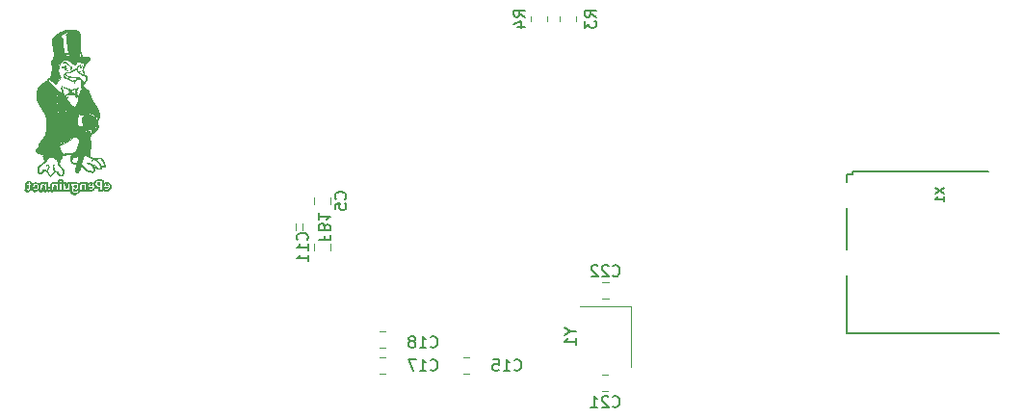
<source format=gbo>
%TF.GenerationSoftware,KiCad,Pcbnew,5.1.8*%
%TF.CreationDate,2020-11-25T01:05:46-06:00*%
%TF.ProjectId,e54-GFX-Development-Board,6535342d-4746-4582-9d44-6576656c6f70,rev?*%
%TF.SameCoordinates,Original*%
%TF.FileFunction,Legend,Bot*%
%TF.FilePolarity,Positive*%
%FSLAX46Y46*%
G04 Gerber Fmt 4.6, Leading zero omitted, Abs format (unit mm)*
G04 Created by KiCad (PCBNEW 5.1.8) date 2020-11-25 01:05:46*
%MOMM*%
%LPD*%
G01*
G04 APERTURE LIST*
%ADD10C,0.010000*%
%ADD11C,0.127000*%
%ADD12C,0.120000*%
%ADD13C,0.146304*%
%ADD14C,0.150000*%
G04 APERTURE END LIST*
D10*
%TO.C,G\u002A\u002A\u002A*%
G36*
X108024145Y-92041368D02*
G01*
X108021271Y-92042064D01*
X107944530Y-92080963D01*
X107883342Y-92147912D01*
X107848440Y-92229235D01*
X107844167Y-92267738D01*
X107844167Y-92350167D01*
X107722458Y-92352601D01*
X107627757Y-92353234D01*
X107522603Y-92352126D01*
X107472148Y-92350863D01*
X107395221Y-92350977D01*
X107343570Y-92360576D01*
X107300415Y-92384289D01*
X107273478Y-92405649D01*
X107198337Y-92492490D01*
X107154416Y-92595176D01*
X107145667Y-92664973D01*
X107142844Y-92704689D01*
X107126270Y-92720079D01*
X107083791Y-92718738D01*
X107063744Y-92716150D01*
X107003116Y-92714374D01*
X106968868Y-92726597D01*
X106967245Y-92728748D01*
X106942631Y-92752702D01*
X106924486Y-92735940D01*
X106913445Y-92679674D01*
X106910329Y-92620042D01*
X106906765Y-92537739D01*
X106900171Y-92463090D01*
X106894255Y-92424250D01*
X106891994Y-92413667D01*
X106849333Y-92413667D01*
X106849333Y-93027500D01*
X106658833Y-93027500D01*
X106658833Y-92849928D01*
X106652564Y-92727410D01*
X106633291Y-92643949D01*
X106600313Y-92598096D01*
X106552931Y-92588403D01*
X106534599Y-92592706D01*
X106494047Y-92618094D01*
X106467156Y-92667598D01*
X106452132Y-92746906D01*
X106447183Y-92861708D01*
X106447167Y-92870128D01*
X106447167Y-93027500D01*
X106256667Y-93027500D01*
X106254159Y-92821125D01*
X106253422Y-92689431D01*
X106254550Y-92645813D01*
X106166602Y-92645813D01*
X106162563Y-92755389D01*
X106130433Y-92852438D01*
X106068497Y-92942643D01*
X105983149Y-93001555D01*
X105882108Y-93026566D01*
X105773092Y-93015072D01*
X105714092Y-92992990D01*
X105657275Y-92957963D01*
X105613551Y-92916748D01*
X105591150Y-92878846D01*
X105595405Y-92855967D01*
X105632085Y-92837664D01*
X105683886Y-92826752D01*
X105732290Y-92825524D01*
X105758484Y-92835761D01*
X105793117Y-92856325D01*
X105847371Y-92856448D01*
X105906538Y-92840450D01*
X105955905Y-92812657D01*
X105980762Y-92777391D01*
X105981500Y-92770219D01*
X105961830Y-92762711D01*
X105908794Y-92756755D01*
X105831349Y-92753108D01*
X105769833Y-92752333D01*
X105673735Y-92751897D01*
X105612269Y-92749432D01*
X105577735Y-92743201D01*
X105562433Y-92731468D01*
X105558662Y-92712497D01*
X105558632Y-92704708D01*
X105573404Y-92629496D01*
X105610212Y-92549744D01*
X105648881Y-92496861D01*
X105515833Y-92496861D01*
X105511781Y-92552588D01*
X105495393Y-92578824D01*
X105469848Y-92586819D01*
X105446172Y-92593459D01*
X105432907Y-92610927D01*
X105427645Y-92648645D01*
X105427983Y-92716035D01*
X105428935Y-92747059D01*
X105429843Y-92851916D01*
X105422426Y-92923477D01*
X105403805Y-92970427D01*
X105371103Y-93001453D01*
X105339188Y-93017959D01*
X105263886Y-93043328D01*
X105199409Y-93043324D01*
X105141542Y-93026027D01*
X105068143Y-92990650D01*
X105031827Y-92950641D01*
X105027447Y-92898355D01*
X105034890Y-92867586D01*
X105058516Y-92810972D01*
X105082238Y-92796089D01*
X105103083Y-92815833D01*
X105136284Y-92836145D01*
X105180350Y-92829231D01*
X105217061Y-92798626D01*
X105220348Y-92793082D01*
X105233238Y-92738975D01*
X105230109Y-92667853D01*
X105229816Y-92666082D01*
X105217968Y-92612667D01*
X105197435Y-92589075D01*
X105154049Y-92583150D01*
X105132973Y-92583000D01*
X105079108Y-92579874D01*
X105055481Y-92565582D01*
X105050168Y-92532754D01*
X105050167Y-92531814D01*
X105058371Y-92461753D01*
X105086408Y-92424626D01*
X105139415Y-92413667D01*
X105139868Y-92413667D01*
X105181991Y-92410612D01*
X105196825Y-92393023D01*
X105193239Y-92348257D01*
X105191850Y-92339583D01*
X105186223Y-92291073D01*
X105198009Y-92270347D01*
X105237914Y-92265584D01*
X105258931Y-92265500D01*
X105334740Y-92276507D01*
X105376984Y-92311089D01*
X105388833Y-92364983D01*
X105396641Y-92400010D01*
X105428256Y-92412718D01*
X105452333Y-92413667D01*
X105493303Y-92417105D01*
X105511334Y-92435572D01*
X105515759Y-92481294D01*
X105515833Y-92496861D01*
X105648881Y-92496861D01*
X105659766Y-92481975D01*
X105703619Y-92446820D01*
X105800631Y-92417041D01*
X105905492Y-92417799D01*
X106005956Y-92446156D01*
X106089776Y-92499178D01*
X106132087Y-92549556D01*
X106166602Y-92645813D01*
X106254550Y-92645813D01*
X106255906Y-92593402D01*
X106263120Y-92526402D01*
X106276574Y-92481796D01*
X106297778Y-92452949D01*
X106328241Y-92433227D01*
X106344037Y-92426120D01*
X106409597Y-92410921D01*
X106492150Y-92416348D01*
X106600887Y-92443095D01*
X106611208Y-92446243D01*
X106649672Y-92449827D01*
X106658833Y-92437302D01*
X106678185Y-92422322D01*
X106729451Y-92414340D01*
X106754083Y-92413667D01*
X106849333Y-92413667D01*
X106891994Y-92413667D01*
X106880686Y-92360750D01*
X106598653Y-92357115D01*
X106316620Y-92353481D01*
X106236110Y-92426217D01*
X106184871Y-92468038D01*
X106155446Y-92479719D01*
X106144339Y-92469607D01*
X106114231Y-92437153D01*
X106055817Y-92403386D01*
X105982545Y-92373993D01*
X105907859Y-92354664D01*
X105861988Y-92350166D01*
X105790371Y-92360242D01*
X105710152Y-92385603D01*
X105681274Y-92398633D01*
X105624573Y-92426430D01*
X105594022Y-92435612D01*
X105578017Y-92426714D01*
X105566562Y-92403925D01*
X105531016Y-92367663D01*
X105490657Y-92354176D01*
X105445687Y-92338329D01*
X105427916Y-92296558D01*
X105427157Y-92290701D01*
X105419716Y-92258257D01*
X105399841Y-92238694D01*
X105357043Y-92226065D01*
X105296375Y-92216559D01*
X105224071Y-92208391D01*
X105178775Y-92210734D01*
X105145924Y-92226098D01*
X105121750Y-92246682D01*
X105086929Y-92284545D01*
X105071388Y-92311627D01*
X105071333Y-92312538D01*
X105056736Y-92337661D01*
X105021162Y-92374129D01*
X105016868Y-92377880D01*
X104984040Y-92414316D01*
X104964307Y-92462179D01*
X104952519Y-92535339D01*
X104950428Y-92556781D01*
X104938454Y-92688833D01*
X105026060Y-92688833D01*
X105086513Y-92693924D01*
X105111910Y-92710663D01*
X105113667Y-92719919D01*
X105099780Y-92741220D01*
X105081128Y-92738518D01*
X105037277Y-92742753D01*
X104991515Y-92783920D01*
X104948558Y-92857141D01*
X104934898Y-92889856D01*
X104914036Y-92973026D01*
X104926636Y-93034793D01*
X104975112Y-93082534D01*
X105003169Y-93098394D01*
X105122707Y-93139752D01*
X105234215Y-93139676D01*
X105337018Y-93098263D01*
X105409668Y-93038426D01*
X105481932Y-92963868D01*
X105546508Y-93026136D01*
X105649909Y-93099751D01*
X105762557Y-93133083D01*
X105879339Y-93125670D01*
X105995141Y-93077053D01*
X106009621Y-93067838D01*
X106063812Y-93028787D01*
X106099728Y-92996855D01*
X106108500Y-92983172D01*
X106124486Y-92964373D01*
X106128389Y-92964000D01*
X106142732Y-92982721D01*
X106153346Y-93029135D01*
X106154847Y-93043375D01*
X106161417Y-93122750D01*
X106292724Y-93129026D01*
X106383585Y-93128574D01*
X106445466Y-93112849D01*
X106483682Y-93075663D01*
X106503545Y-93010824D01*
X106510368Y-92912142D01*
X106510667Y-92875100D01*
X106513254Y-92784325D01*
X106519947Y-92733529D01*
X106529139Y-92720741D01*
X106539225Y-92743994D01*
X106548601Y-92801318D01*
X106555662Y-92890746D01*
X106557393Y-92932409D01*
X106563583Y-93122750D01*
X106687078Y-93129151D01*
X106762714Y-93128758D01*
X106819563Y-93120344D01*
X106839511Y-93111535D01*
X106872905Y-93098847D01*
X106924949Y-93108369D01*
X106945083Y-93115229D01*
X107001931Y-93131181D01*
X107045315Y-93126085D01*
X107087477Y-93105199D01*
X107132694Y-93082067D01*
X107156599Y-93081603D01*
X107171671Y-93100395D01*
X107206438Y-93124124D01*
X107267337Y-93134682D01*
X107340428Y-93132548D01*
X107411771Y-93118202D01*
X107467427Y-93092124D01*
X107470054Y-93090126D01*
X107497655Y-93064598D01*
X107514809Y-93034013D01*
X107524639Y-92987451D01*
X107530266Y-92913994D01*
X107532100Y-92873167D01*
X107539217Y-92699417D01*
X107543525Y-92890975D01*
X107547542Y-92978136D01*
X107554648Y-93049431D01*
X107563599Y-93094077D01*
X107567939Y-93102642D01*
X107594604Y-93108390D01*
X107659260Y-93113101D01*
X107757575Y-93116651D01*
X107885216Y-93118918D01*
X108037853Y-93119780D01*
X108161277Y-93119458D01*
X108734511Y-93116166D01*
X108806510Y-93061250D01*
X108852679Y-93027530D01*
X108883002Y-93008157D01*
X108887752Y-93006333D01*
X108895429Y-93025178D01*
X108904090Y-93072769D01*
X108907513Y-93099650D01*
X108939122Y-93211073D01*
X109001953Y-93300710D01*
X109088957Y-93364867D01*
X109193084Y-93399853D01*
X109307286Y-93401974D01*
X109421535Y-93368904D01*
X109481061Y-93332154D01*
X109550265Y-93275468D01*
X109604685Y-93221202D01*
X109658181Y-93163657D01*
X109697761Y-93131035D01*
X109737238Y-93116275D01*
X109790423Y-93112311D01*
X109817911Y-93112167D01*
X109896311Y-93107795D01*
X109949149Y-93090187D01*
X109981318Y-93052599D01*
X109997714Y-92988289D01*
X110003230Y-92890515D01*
X110003491Y-92856500D01*
X110005435Y-92766193D01*
X110011019Y-92716433D01*
X110020478Y-92705572D01*
X110024333Y-92710000D01*
X110033682Y-92744718D01*
X110040883Y-92809867D01*
X110044792Y-92893556D01*
X110045176Y-92926958D01*
X110045500Y-93112167D01*
X110176428Y-93112167D01*
X110258649Y-93108671D01*
X110312487Y-93095953D01*
X110351484Y-93070666D01*
X110354096Y-93068256D01*
X110400836Y-93024345D01*
X110486908Y-93068256D01*
X110583046Y-93101022D01*
X110688010Y-93111150D01*
X110784471Y-93097925D01*
X110824426Y-93082161D01*
X110888110Y-93037678D01*
X110956542Y-92973213D01*
X111016989Y-92902372D01*
X111056720Y-92838762D01*
X111060347Y-92830048D01*
X111082881Y-92770180D01*
X111152543Y-92813233D01*
X111221543Y-92845546D01*
X111299588Y-92868449D01*
X111310168Y-92870352D01*
X111398131Y-92884418D01*
X111404441Y-92993001D01*
X111410750Y-93101583D01*
X111561978Y-93107757D01*
X111642022Y-93109837D01*
X111691877Y-93105940D01*
X111723584Y-93093005D01*
X111749188Y-93067973D01*
X111757057Y-93058183D01*
X111800908Y-93002436D01*
X111868473Y-93050546D01*
X111952964Y-93090060D01*
X112048191Y-93107957D01*
X112127788Y-93109487D01*
X112190792Y-93094597D01*
X112253193Y-93062844D01*
X112359151Y-92982186D01*
X112435386Y-92885965D01*
X112481347Y-92780717D01*
X112495696Y-92678580D01*
X112437021Y-92678580D01*
X112418975Y-92787776D01*
X112368621Y-92882308D01*
X112292894Y-92954764D01*
X112198730Y-92997730D01*
X112130417Y-93006333D01*
X112025776Y-92987023D01*
X111971491Y-92958708D01*
X111911889Y-92910914D01*
X111874563Y-92866398D01*
X111865591Y-92833080D01*
X111869699Y-92826079D01*
X111901765Y-92816066D01*
X111960957Y-92813269D01*
X112032699Y-92817616D01*
X112094210Y-92827199D01*
X112156525Y-92830790D01*
X112203296Y-92806311D01*
X112205335Y-92804494D01*
X112236452Y-92770510D01*
X112246833Y-92749819D01*
X112227181Y-92741972D01*
X112174271Y-92734682D01*
X112097181Y-92728968D01*
X112040458Y-92726641D01*
X111834083Y-92720583D01*
X111841515Y-92646603D01*
X111868519Y-92537263D01*
X111924614Y-92458609D01*
X112010011Y-92410456D01*
X112124924Y-92392624D01*
X112136819Y-92392500D01*
X112251293Y-92409977D01*
X112341927Y-92459732D01*
X112404508Y-92537747D01*
X112434818Y-92640004D01*
X112437021Y-92678580D01*
X112495696Y-92678580D01*
X112496483Y-92672981D01*
X112480243Y-92569292D01*
X112432075Y-92476188D01*
X112351428Y-92400206D01*
X112311053Y-92376625D01*
X112190237Y-92337628D01*
X112065964Y-92336745D01*
X111947849Y-92372660D01*
X111850247Y-92439533D01*
X111802333Y-92484546D01*
X111802333Y-92207292D01*
X111741272Y-92207292D01*
X111740500Y-92232565D01*
X111739828Y-92293223D01*
X111739299Y-92382315D01*
X111738953Y-92492893D01*
X111738833Y-92614750D01*
X111738833Y-93006333D01*
X111506000Y-93006333D01*
X111506000Y-92778886D01*
X111398590Y-92768565D01*
X111286845Y-92740905D01*
X111197726Y-92686175D01*
X111170507Y-92654663D01*
X111029169Y-92654663D01*
X111026578Y-92750735D01*
X110993062Y-92844507D01*
X110927053Y-92928422D01*
X110879360Y-92965658D01*
X110805876Y-92995001D01*
X110715300Y-93005768D01*
X110628492Y-92996746D01*
X110589150Y-92982521D01*
X110540221Y-92951366D01*
X110492113Y-92911891D01*
X110457387Y-92875318D01*
X110447667Y-92856118D01*
X110466022Y-92835796D01*
X110509892Y-92818056D01*
X110562487Y-92806972D01*
X110607013Y-92806617D01*
X110623182Y-92813549D01*
X110665308Y-92832067D01*
X110725147Y-92835827D01*
X110780824Y-92825064D01*
X110803267Y-92811600D01*
X110829452Y-92778189D01*
X110827484Y-92755041D01*
X110793811Y-92740557D01*
X110724881Y-92733135D01*
X110624797Y-92731167D01*
X110420926Y-92731167D01*
X110432391Y-92645693D01*
X110464841Y-92537709D01*
X110527197Y-92458264D01*
X110615793Y-92410110D01*
X110726963Y-92396001D01*
X110761655Y-92398527D01*
X110867078Y-92428224D01*
X110947851Y-92485851D01*
X111002404Y-92563850D01*
X111029169Y-92654663D01*
X111170507Y-92654663D01*
X111133197Y-92611469D01*
X111095222Y-92523879D01*
X111085765Y-92430498D01*
X111106790Y-92338418D01*
X111160260Y-92254732D01*
X111238879Y-92191788D01*
X111355242Y-92140402D01*
X111472044Y-92125996D01*
X111600544Y-92147425D01*
X111619563Y-92153051D01*
X111684145Y-92175482D01*
X111728136Y-92195516D01*
X111741272Y-92207292D01*
X111802333Y-92207292D01*
X111802333Y-92157506D01*
X111722958Y-92122910D01*
X111660005Y-92103712D01*
X111574343Y-92087869D01*
X111493484Y-92079513D01*
X111401992Y-92077206D01*
X111335647Y-92084763D01*
X111277916Y-92104630D01*
X111257805Y-92114372D01*
X111158426Y-92179494D01*
X111070014Y-92263441D01*
X111007959Y-92351375D01*
X110976820Y-92411591D01*
X110886868Y-92370760D01*
X110763265Y-92336042D01*
X110640445Y-92341702D01*
X110525476Y-92386815D01*
X110471727Y-92425063D01*
X110422068Y-92463923D01*
X110395765Y-92472614D01*
X110385581Y-92450227D01*
X110384167Y-92414070D01*
X110378620Y-92392500D01*
X110341833Y-92392500D01*
X110341833Y-93006333D01*
X110151333Y-93006333D01*
X110151333Y-92848961D01*
X110147899Y-92734763D01*
X110136096Y-92656797D01*
X110113672Y-92609406D01*
X110078377Y-92586934D01*
X110045500Y-92583000D01*
X110000058Y-92591630D01*
X109969033Y-92621293D01*
X109950175Y-92677644D01*
X109941232Y-92766341D01*
X109939667Y-92848961D01*
X109939667Y-93006333D01*
X109749167Y-93006333D01*
X109744895Y-92821125D01*
X109742926Y-92701248D01*
X109664500Y-92701248D01*
X109647766Y-92775889D01*
X109604907Y-92853404D01*
X109546937Y-92916349D01*
X109515698Y-92936921D01*
X109437476Y-92959043D01*
X109344927Y-92961140D01*
X109261140Y-92942995D01*
X109252657Y-92939395D01*
X109202684Y-92924688D01*
X109180980Y-92941074D01*
X109185066Y-92990550D01*
X109185740Y-92993284D01*
X109219328Y-93060038D01*
X109273327Y-93101343D01*
X109336567Y-93113738D01*
X109397878Y-93093762D01*
X109426582Y-93067901D01*
X109460904Y-93034183D01*
X109506448Y-93007980D01*
X109576685Y-92982027D01*
X109598872Y-92974979D01*
X109631967Y-92967663D01*
X109643211Y-92981005D01*
X109638995Y-93024757D01*
X109637522Y-93033943D01*
X109601202Y-93141380D01*
X109531272Y-93223077D01*
X109464304Y-93264042D01*
X109364000Y-93292557D01*
X109259519Y-93291637D01*
X109166331Y-93262206D01*
X109138207Y-93244573D01*
X109092284Y-93206036D01*
X109058003Y-93163866D01*
X109033333Y-93111012D01*
X109016244Y-93040425D01*
X109004703Y-92945053D01*
X108996681Y-92817846D01*
X108993427Y-92741981D01*
X108987424Y-92588263D01*
X108898032Y-92588263D01*
X108897781Y-92729529D01*
X108885351Y-92835676D01*
X108859151Y-92912570D01*
X108817593Y-92966077D01*
X108790299Y-92986053D01*
X108700407Y-93022417D01*
X108611934Y-93017859D01*
X108553674Y-92994349D01*
X108504271Y-92975640D01*
X108483118Y-92983896D01*
X108459485Y-92996874D01*
X108407578Y-93004976D01*
X108371570Y-93006333D01*
X108267500Y-93006333D01*
X108267500Y-92413667D01*
X108182833Y-92413667D01*
X108182833Y-93006333D01*
X107971167Y-93006333D01*
X107971167Y-92413667D01*
X107865333Y-92413667D01*
X107865333Y-92706472D01*
X107864295Y-92813901D01*
X107861448Y-92905871D01*
X107857191Y-92974233D01*
X107851925Y-93010835D01*
X107850226Y-93014385D01*
X107821255Y-93022517D01*
X107767687Y-93024178D01*
X107749685Y-93023204D01*
X107664250Y-93016917D01*
X107658073Y-92827519D01*
X107652864Y-92739693D01*
X107644214Y-92666622D01*
X107633651Y-92619708D01*
X107629023Y-92610560D01*
X107584383Y-92584879D01*
X107530357Y-92597271D01*
X107501875Y-92618030D01*
X107482549Y-92642838D01*
X107470763Y-92680812D01*
X107464857Y-92741485D01*
X107463170Y-92834391D01*
X107463167Y-92840280D01*
X107463167Y-93027500D01*
X107276467Y-93027500D01*
X107264958Y-92889333D01*
X107167279Y-92889333D01*
X107153080Y-92948570D01*
X107120781Y-92998415D01*
X107074255Y-93025689D01*
X107057720Y-93027500D01*
X107014299Y-93013244D01*
X106976333Y-92985167D01*
X106938418Y-92925130D01*
X106935527Y-92865888D01*
X106961039Y-92815841D01*
X107008333Y-92783390D01*
X107070790Y-92776934D01*
X107125892Y-92795411D01*
X107159507Y-92833887D01*
X107167279Y-92889333D01*
X107264958Y-92889333D01*
X107261371Y-92846279D01*
X107253555Y-92695832D01*
X107259337Y-92581488D01*
X107280090Y-92498823D01*
X107317186Y-92443409D01*
X107371997Y-92410823D01*
X107398696Y-92403296D01*
X107454689Y-92402326D01*
X107525390Y-92415196D01*
X107549959Y-92422676D01*
X107610497Y-92439015D01*
X107645484Y-92438831D01*
X107650139Y-92434246D01*
X107673512Y-92422346D01*
X107725237Y-92414914D01*
X107761264Y-92413667D01*
X107865333Y-92413667D01*
X107971167Y-92413667D01*
X108182833Y-92413667D01*
X108267500Y-92413667D01*
X108479167Y-92413667D01*
X108479167Y-92570072D01*
X108481965Y-92661632D01*
X108491867Y-92722745D01*
X108511133Y-92765019D01*
X108519285Y-92776020D01*
X108554673Y-92809691D01*
X108592893Y-92812473D01*
X108619826Y-92804366D01*
X108648134Y-92792937D01*
X108666144Y-92776831D01*
X108676575Y-92747155D01*
X108682145Y-92695014D01*
X108685573Y-92611515D01*
X108686351Y-92586707D01*
X108692452Y-92390246D01*
X108792184Y-92396665D01*
X108891917Y-92403083D01*
X108898032Y-92588263D01*
X108987424Y-92588263D01*
X108980495Y-92410836D01*
X109105539Y-92413948D01*
X109197894Y-92413106D01*
X109293388Y-92407486D01*
X109336417Y-92402893D01*
X109407692Y-92397271D01*
X109458732Y-92406772D01*
X109510176Y-92435500D01*
X109514183Y-92438239D01*
X109589004Y-92509497D01*
X109641917Y-92599076D01*
X109664277Y-92691851D01*
X109664500Y-92701248D01*
X109742926Y-92701248D01*
X109742829Y-92695346D01*
X109744018Y-92604256D01*
X109749464Y-92540271D01*
X109760168Y-92495807D01*
X109777131Y-92463281D01*
X109794987Y-92441705D01*
X109860615Y-92401552D01*
X109947460Y-92394260D01*
X110049551Y-92420241D01*
X110057693Y-92423558D01*
X110107378Y-92441916D01*
X110132024Y-92441425D01*
X110143944Y-92423558D01*
X110175055Y-92400539D01*
X110245276Y-92392511D01*
X110248848Y-92392500D01*
X110341833Y-92392500D01*
X110378620Y-92392500D01*
X110371415Y-92364487D01*
X110330624Y-92337120D01*
X110257995Y-92330472D01*
X110188581Y-92337008D01*
X110122848Y-92345752D01*
X110077398Y-92349242D01*
X110033346Y-92347523D01*
X109971806Y-92340639D01*
X109947176Y-92337582D01*
X109884590Y-92331672D01*
X109841655Y-92337209D01*
X109802012Y-92360049D01*
X109749304Y-92406047D01*
X109745101Y-92409919D01*
X109692989Y-92456664D01*
X109662203Y-92477662D01*
X109643360Y-92476303D01*
X109627075Y-92455977D01*
X109625321Y-92453184D01*
X109589444Y-92417668D01*
X109532922Y-92381768D01*
X109515282Y-92373220D01*
X109480266Y-92359776D01*
X109440154Y-92350349D01*
X109387889Y-92344521D01*
X109316414Y-92341875D01*
X109218671Y-92341995D01*
X109087602Y-92344464D01*
X109045470Y-92345482D01*
X108894756Y-92349399D01*
X108781115Y-92354498D01*
X108699319Y-92363561D01*
X108644137Y-92379370D01*
X108610342Y-92404710D01*
X108592702Y-92442361D01*
X108585990Y-92495108D01*
X108584975Y-92565732D01*
X108585000Y-92590514D01*
X108582295Y-92680119D01*
X108575327Y-92729659D01*
X108565818Y-92740975D01*
X108555488Y-92715909D01*
X108546060Y-92656303D01*
X108539253Y-92564000D01*
X108538315Y-92540548D01*
X108532083Y-92360750D01*
X108378625Y-92354531D01*
X108304164Y-92350692D01*
X108249622Y-92346314D01*
X108225517Y-92342268D01*
X108225167Y-92341814D01*
X108231386Y-92319511D01*
X108246487Y-92274167D01*
X108247789Y-92270422D01*
X108252785Y-92213783D01*
X108204000Y-92213783D01*
X108186795Y-92272208D01*
X108144406Y-92322195D01*
X108090675Y-92348878D01*
X108077000Y-92350167D01*
X108030922Y-92335801D01*
X107992333Y-92307833D01*
X107957307Y-92249812D01*
X107954170Y-92188218D01*
X107978962Y-92134878D01*
X108027723Y-92101617D01*
X108063219Y-92096166D01*
X108127800Y-92111982D01*
X108179022Y-92151957D01*
X108203470Y-92204882D01*
X108204000Y-92213783D01*
X108252785Y-92213783D01*
X108254435Y-92195084D01*
X108227093Y-92126141D01*
X108174064Y-92071963D01*
X108103648Y-92040916D01*
X108024145Y-92041368D01*
G37*
X108024145Y-92041368D02*
X108021271Y-92042064D01*
X107944530Y-92080963D01*
X107883342Y-92147912D01*
X107848440Y-92229235D01*
X107844167Y-92267738D01*
X107844167Y-92350167D01*
X107722458Y-92352601D01*
X107627757Y-92353234D01*
X107522603Y-92352126D01*
X107472148Y-92350863D01*
X107395221Y-92350977D01*
X107343570Y-92360576D01*
X107300415Y-92384289D01*
X107273478Y-92405649D01*
X107198337Y-92492490D01*
X107154416Y-92595176D01*
X107145667Y-92664973D01*
X107142844Y-92704689D01*
X107126270Y-92720079D01*
X107083791Y-92718738D01*
X107063744Y-92716150D01*
X107003116Y-92714374D01*
X106968868Y-92726597D01*
X106967245Y-92728748D01*
X106942631Y-92752702D01*
X106924486Y-92735940D01*
X106913445Y-92679674D01*
X106910329Y-92620042D01*
X106906765Y-92537739D01*
X106900171Y-92463090D01*
X106894255Y-92424250D01*
X106891994Y-92413667D01*
X106849333Y-92413667D01*
X106849333Y-93027500D01*
X106658833Y-93027500D01*
X106658833Y-92849928D01*
X106652564Y-92727410D01*
X106633291Y-92643949D01*
X106600313Y-92598096D01*
X106552931Y-92588403D01*
X106534599Y-92592706D01*
X106494047Y-92618094D01*
X106467156Y-92667598D01*
X106452132Y-92746906D01*
X106447183Y-92861708D01*
X106447167Y-92870128D01*
X106447167Y-93027500D01*
X106256667Y-93027500D01*
X106254159Y-92821125D01*
X106253422Y-92689431D01*
X106254550Y-92645813D01*
X106166602Y-92645813D01*
X106162563Y-92755389D01*
X106130433Y-92852438D01*
X106068497Y-92942643D01*
X105983149Y-93001555D01*
X105882108Y-93026566D01*
X105773092Y-93015072D01*
X105714092Y-92992990D01*
X105657275Y-92957963D01*
X105613551Y-92916748D01*
X105591150Y-92878846D01*
X105595405Y-92855967D01*
X105632085Y-92837664D01*
X105683886Y-92826752D01*
X105732290Y-92825524D01*
X105758484Y-92835761D01*
X105793117Y-92856325D01*
X105847371Y-92856448D01*
X105906538Y-92840450D01*
X105955905Y-92812657D01*
X105980762Y-92777391D01*
X105981500Y-92770219D01*
X105961830Y-92762711D01*
X105908794Y-92756755D01*
X105831349Y-92753108D01*
X105769833Y-92752333D01*
X105673735Y-92751897D01*
X105612269Y-92749432D01*
X105577735Y-92743201D01*
X105562433Y-92731468D01*
X105558662Y-92712497D01*
X105558632Y-92704708D01*
X105573404Y-92629496D01*
X105610212Y-92549744D01*
X105648881Y-92496861D01*
X105515833Y-92496861D01*
X105511781Y-92552588D01*
X105495393Y-92578824D01*
X105469848Y-92586819D01*
X105446172Y-92593459D01*
X105432907Y-92610927D01*
X105427645Y-92648645D01*
X105427983Y-92716035D01*
X105428935Y-92747059D01*
X105429843Y-92851916D01*
X105422426Y-92923477D01*
X105403805Y-92970427D01*
X105371103Y-93001453D01*
X105339188Y-93017959D01*
X105263886Y-93043328D01*
X105199409Y-93043324D01*
X105141542Y-93026027D01*
X105068143Y-92990650D01*
X105031827Y-92950641D01*
X105027447Y-92898355D01*
X105034890Y-92867586D01*
X105058516Y-92810972D01*
X105082238Y-92796089D01*
X105103083Y-92815833D01*
X105136284Y-92836145D01*
X105180350Y-92829231D01*
X105217061Y-92798626D01*
X105220348Y-92793082D01*
X105233238Y-92738975D01*
X105230109Y-92667853D01*
X105229816Y-92666082D01*
X105217968Y-92612667D01*
X105197435Y-92589075D01*
X105154049Y-92583150D01*
X105132973Y-92583000D01*
X105079108Y-92579874D01*
X105055481Y-92565582D01*
X105050168Y-92532754D01*
X105050167Y-92531814D01*
X105058371Y-92461753D01*
X105086408Y-92424626D01*
X105139415Y-92413667D01*
X105139868Y-92413667D01*
X105181991Y-92410612D01*
X105196825Y-92393023D01*
X105193239Y-92348257D01*
X105191850Y-92339583D01*
X105186223Y-92291073D01*
X105198009Y-92270347D01*
X105237914Y-92265584D01*
X105258931Y-92265500D01*
X105334740Y-92276507D01*
X105376984Y-92311089D01*
X105388833Y-92364983D01*
X105396641Y-92400010D01*
X105428256Y-92412718D01*
X105452333Y-92413667D01*
X105493303Y-92417105D01*
X105511334Y-92435572D01*
X105515759Y-92481294D01*
X105515833Y-92496861D01*
X105648881Y-92496861D01*
X105659766Y-92481975D01*
X105703619Y-92446820D01*
X105800631Y-92417041D01*
X105905492Y-92417799D01*
X106005956Y-92446156D01*
X106089776Y-92499178D01*
X106132087Y-92549556D01*
X106166602Y-92645813D01*
X106254550Y-92645813D01*
X106255906Y-92593402D01*
X106263120Y-92526402D01*
X106276574Y-92481796D01*
X106297778Y-92452949D01*
X106328241Y-92433227D01*
X106344037Y-92426120D01*
X106409597Y-92410921D01*
X106492150Y-92416348D01*
X106600887Y-92443095D01*
X106611208Y-92446243D01*
X106649672Y-92449827D01*
X106658833Y-92437302D01*
X106678185Y-92422322D01*
X106729451Y-92414340D01*
X106754083Y-92413667D01*
X106849333Y-92413667D01*
X106891994Y-92413667D01*
X106880686Y-92360750D01*
X106598653Y-92357115D01*
X106316620Y-92353481D01*
X106236110Y-92426217D01*
X106184871Y-92468038D01*
X106155446Y-92479719D01*
X106144339Y-92469607D01*
X106114231Y-92437153D01*
X106055817Y-92403386D01*
X105982545Y-92373993D01*
X105907859Y-92354664D01*
X105861988Y-92350166D01*
X105790371Y-92360242D01*
X105710152Y-92385603D01*
X105681274Y-92398633D01*
X105624573Y-92426430D01*
X105594022Y-92435612D01*
X105578017Y-92426714D01*
X105566562Y-92403925D01*
X105531016Y-92367663D01*
X105490657Y-92354176D01*
X105445687Y-92338329D01*
X105427916Y-92296558D01*
X105427157Y-92290701D01*
X105419716Y-92258257D01*
X105399841Y-92238694D01*
X105357043Y-92226065D01*
X105296375Y-92216559D01*
X105224071Y-92208391D01*
X105178775Y-92210734D01*
X105145924Y-92226098D01*
X105121750Y-92246682D01*
X105086929Y-92284545D01*
X105071388Y-92311627D01*
X105071333Y-92312538D01*
X105056736Y-92337661D01*
X105021162Y-92374129D01*
X105016868Y-92377880D01*
X104984040Y-92414316D01*
X104964307Y-92462179D01*
X104952519Y-92535339D01*
X104950428Y-92556781D01*
X104938454Y-92688833D01*
X105026060Y-92688833D01*
X105086513Y-92693924D01*
X105111910Y-92710663D01*
X105113667Y-92719919D01*
X105099780Y-92741220D01*
X105081128Y-92738518D01*
X105037277Y-92742753D01*
X104991515Y-92783920D01*
X104948558Y-92857141D01*
X104934898Y-92889856D01*
X104914036Y-92973026D01*
X104926636Y-93034793D01*
X104975112Y-93082534D01*
X105003169Y-93098394D01*
X105122707Y-93139752D01*
X105234215Y-93139676D01*
X105337018Y-93098263D01*
X105409668Y-93038426D01*
X105481932Y-92963868D01*
X105546508Y-93026136D01*
X105649909Y-93099751D01*
X105762557Y-93133083D01*
X105879339Y-93125670D01*
X105995141Y-93077053D01*
X106009621Y-93067838D01*
X106063812Y-93028787D01*
X106099728Y-92996855D01*
X106108500Y-92983172D01*
X106124486Y-92964373D01*
X106128389Y-92964000D01*
X106142732Y-92982721D01*
X106153346Y-93029135D01*
X106154847Y-93043375D01*
X106161417Y-93122750D01*
X106292724Y-93129026D01*
X106383585Y-93128574D01*
X106445466Y-93112849D01*
X106483682Y-93075663D01*
X106503545Y-93010824D01*
X106510368Y-92912142D01*
X106510667Y-92875100D01*
X106513254Y-92784325D01*
X106519947Y-92733529D01*
X106529139Y-92720741D01*
X106539225Y-92743994D01*
X106548601Y-92801318D01*
X106555662Y-92890746D01*
X106557393Y-92932409D01*
X106563583Y-93122750D01*
X106687078Y-93129151D01*
X106762714Y-93128758D01*
X106819563Y-93120344D01*
X106839511Y-93111535D01*
X106872905Y-93098847D01*
X106924949Y-93108369D01*
X106945083Y-93115229D01*
X107001931Y-93131181D01*
X107045315Y-93126085D01*
X107087477Y-93105199D01*
X107132694Y-93082067D01*
X107156599Y-93081603D01*
X107171671Y-93100395D01*
X107206438Y-93124124D01*
X107267337Y-93134682D01*
X107340428Y-93132548D01*
X107411771Y-93118202D01*
X107467427Y-93092124D01*
X107470054Y-93090126D01*
X107497655Y-93064598D01*
X107514809Y-93034013D01*
X107524639Y-92987451D01*
X107530266Y-92913994D01*
X107532100Y-92873167D01*
X107539217Y-92699417D01*
X107543525Y-92890975D01*
X107547542Y-92978136D01*
X107554648Y-93049431D01*
X107563599Y-93094077D01*
X107567939Y-93102642D01*
X107594604Y-93108390D01*
X107659260Y-93113101D01*
X107757575Y-93116651D01*
X107885216Y-93118918D01*
X108037853Y-93119780D01*
X108161277Y-93119458D01*
X108734511Y-93116166D01*
X108806510Y-93061250D01*
X108852679Y-93027530D01*
X108883002Y-93008157D01*
X108887752Y-93006333D01*
X108895429Y-93025178D01*
X108904090Y-93072769D01*
X108907513Y-93099650D01*
X108939122Y-93211073D01*
X109001953Y-93300710D01*
X109088957Y-93364867D01*
X109193084Y-93399853D01*
X109307286Y-93401974D01*
X109421535Y-93368904D01*
X109481061Y-93332154D01*
X109550265Y-93275468D01*
X109604685Y-93221202D01*
X109658181Y-93163657D01*
X109697761Y-93131035D01*
X109737238Y-93116275D01*
X109790423Y-93112311D01*
X109817911Y-93112167D01*
X109896311Y-93107795D01*
X109949149Y-93090187D01*
X109981318Y-93052599D01*
X109997714Y-92988289D01*
X110003230Y-92890515D01*
X110003491Y-92856500D01*
X110005435Y-92766193D01*
X110011019Y-92716433D01*
X110020478Y-92705572D01*
X110024333Y-92710000D01*
X110033682Y-92744718D01*
X110040883Y-92809867D01*
X110044792Y-92893556D01*
X110045176Y-92926958D01*
X110045500Y-93112167D01*
X110176428Y-93112167D01*
X110258649Y-93108671D01*
X110312487Y-93095953D01*
X110351484Y-93070666D01*
X110354096Y-93068256D01*
X110400836Y-93024345D01*
X110486908Y-93068256D01*
X110583046Y-93101022D01*
X110688010Y-93111150D01*
X110784471Y-93097925D01*
X110824426Y-93082161D01*
X110888110Y-93037678D01*
X110956542Y-92973213D01*
X111016989Y-92902372D01*
X111056720Y-92838762D01*
X111060347Y-92830048D01*
X111082881Y-92770180D01*
X111152543Y-92813233D01*
X111221543Y-92845546D01*
X111299588Y-92868449D01*
X111310168Y-92870352D01*
X111398131Y-92884418D01*
X111404441Y-92993001D01*
X111410750Y-93101583D01*
X111561978Y-93107757D01*
X111642022Y-93109837D01*
X111691877Y-93105940D01*
X111723584Y-93093005D01*
X111749188Y-93067973D01*
X111757057Y-93058183D01*
X111800908Y-93002436D01*
X111868473Y-93050546D01*
X111952964Y-93090060D01*
X112048191Y-93107957D01*
X112127788Y-93109487D01*
X112190792Y-93094597D01*
X112253193Y-93062844D01*
X112359151Y-92982186D01*
X112435386Y-92885965D01*
X112481347Y-92780717D01*
X112495696Y-92678580D01*
X112437021Y-92678580D01*
X112418975Y-92787776D01*
X112368621Y-92882308D01*
X112292894Y-92954764D01*
X112198730Y-92997730D01*
X112130417Y-93006333D01*
X112025776Y-92987023D01*
X111971491Y-92958708D01*
X111911889Y-92910914D01*
X111874563Y-92866398D01*
X111865591Y-92833080D01*
X111869699Y-92826079D01*
X111901765Y-92816066D01*
X111960957Y-92813269D01*
X112032699Y-92817616D01*
X112094210Y-92827199D01*
X112156525Y-92830790D01*
X112203296Y-92806311D01*
X112205335Y-92804494D01*
X112236452Y-92770510D01*
X112246833Y-92749819D01*
X112227181Y-92741972D01*
X112174271Y-92734682D01*
X112097181Y-92728968D01*
X112040458Y-92726641D01*
X111834083Y-92720583D01*
X111841515Y-92646603D01*
X111868519Y-92537263D01*
X111924614Y-92458609D01*
X112010011Y-92410456D01*
X112124924Y-92392624D01*
X112136819Y-92392500D01*
X112251293Y-92409977D01*
X112341927Y-92459732D01*
X112404508Y-92537747D01*
X112434818Y-92640004D01*
X112437021Y-92678580D01*
X112495696Y-92678580D01*
X112496483Y-92672981D01*
X112480243Y-92569292D01*
X112432075Y-92476188D01*
X112351428Y-92400206D01*
X112311053Y-92376625D01*
X112190237Y-92337628D01*
X112065964Y-92336745D01*
X111947849Y-92372660D01*
X111850247Y-92439533D01*
X111802333Y-92484546D01*
X111802333Y-92207292D01*
X111741272Y-92207292D01*
X111740500Y-92232565D01*
X111739828Y-92293223D01*
X111739299Y-92382315D01*
X111738953Y-92492893D01*
X111738833Y-92614750D01*
X111738833Y-93006333D01*
X111506000Y-93006333D01*
X111506000Y-92778886D01*
X111398590Y-92768565D01*
X111286845Y-92740905D01*
X111197726Y-92686175D01*
X111170507Y-92654663D01*
X111029169Y-92654663D01*
X111026578Y-92750735D01*
X110993062Y-92844507D01*
X110927053Y-92928422D01*
X110879360Y-92965658D01*
X110805876Y-92995001D01*
X110715300Y-93005768D01*
X110628492Y-92996746D01*
X110589150Y-92982521D01*
X110540221Y-92951366D01*
X110492113Y-92911891D01*
X110457387Y-92875318D01*
X110447667Y-92856118D01*
X110466022Y-92835796D01*
X110509892Y-92818056D01*
X110562487Y-92806972D01*
X110607013Y-92806617D01*
X110623182Y-92813549D01*
X110665308Y-92832067D01*
X110725147Y-92835827D01*
X110780824Y-92825064D01*
X110803267Y-92811600D01*
X110829452Y-92778189D01*
X110827484Y-92755041D01*
X110793811Y-92740557D01*
X110724881Y-92733135D01*
X110624797Y-92731167D01*
X110420926Y-92731167D01*
X110432391Y-92645693D01*
X110464841Y-92537709D01*
X110527197Y-92458264D01*
X110615793Y-92410110D01*
X110726963Y-92396001D01*
X110761655Y-92398527D01*
X110867078Y-92428224D01*
X110947851Y-92485851D01*
X111002404Y-92563850D01*
X111029169Y-92654663D01*
X111170507Y-92654663D01*
X111133197Y-92611469D01*
X111095222Y-92523879D01*
X111085765Y-92430498D01*
X111106790Y-92338418D01*
X111160260Y-92254732D01*
X111238879Y-92191788D01*
X111355242Y-92140402D01*
X111472044Y-92125996D01*
X111600544Y-92147425D01*
X111619563Y-92153051D01*
X111684145Y-92175482D01*
X111728136Y-92195516D01*
X111741272Y-92207292D01*
X111802333Y-92207292D01*
X111802333Y-92157506D01*
X111722958Y-92122910D01*
X111660005Y-92103712D01*
X111574343Y-92087869D01*
X111493484Y-92079513D01*
X111401992Y-92077206D01*
X111335647Y-92084763D01*
X111277916Y-92104630D01*
X111257805Y-92114372D01*
X111158426Y-92179494D01*
X111070014Y-92263441D01*
X111007959Y-92351375D01*
X110976820Y-92411591D01*
X110886868Y-92370760D01*
X110763265Y-92336042D01*
X110640445Y-92341702D01*
X110525476Y-92386815D01*
X110471727Y-92425063D01*
X110422068Y-92463923D01*
X110395765Y-92472614D01*
X110385581Y-92450227D01*
X110384167Y-92414070D01*
X110378620Y-92392500D01*
X110341833Y-92392500D01*
X110341833Y-93006333D01*
X110151333Y-93006333D01*
X110151333Y-92848961D01*
X110147899Y-92734763D01*
X110136096Y-92656797D01*
X110113672Y-92609406D01*
X110078377Y-92586934D01*
X110045500Y-92583000D01*
X110000058Y-92591630D01*
X109969033Y-92621293D01*
X109950175Y-92677644D01*
X109941232Y-92766341D01*
X109939667Y-92848961D01*
X109939667Y-93006333D01*
X109749167Y-93006333D01*
X109744895Y-92821125D01*
X109742926Y-92701248D01*
X109664500Y-92701248D01*
X109647766Y-92775889D01*
X109604907Y-92853404D01*
X109546937Y-92916349D01*
X109515698Y-92936921D01*
X109437476Y-92959043D01*
X109344927Y-92961140D01*
X109261140Y-92942995D01*
X109252657Y-92939395D01*
X109202684Y-92924688D01*
X109180980Y-92941074D01*
X109185066Y-92990550D01*
X109185740Y-92993284D01*
X109219328Y-93060038D01*
X109273327Y-93101343D01*
X109336567Y-93113738D01*
X109397878Y-93093762D01*
X109426582Y-93067901D01*
X109460904Y-93034183D01*
X109506448Y-93007980D01*
X109576685Y-92982027D01*
X109598872Y-92974979D01*
X109631967Y-92967663D01*
X109643211Y-92981005D01*
X109638995Y-93024757D01*
X109637522Y-93033943D01*
X109601202Y-93141380D01*
X109531272Y-93223077D01*
X109464304Y-93264042D01*
X109364000Y-93292557D01*
X109259519Y-93291637D01*
X109166331Y-93262206D01*
X109138207Y-93244573D01*
X109092284Y-93206036D01*
X109058003Y-93163866D01*
X109033333Y-93111012D01*
X109016244Y-93040425D01*
X109004703Y-92945053D01*
X108996681Y-92817846D01*
X108993427Y-92741981D01*
X108987424Y-92588263D01*
X108898032Y-92588263D01*
X108897781Y-92729529D01*
X108885351Y-92835676D01*
X108859151Y-92912570D01*
X108817593Y-92966077D01*
X108790299Y-92986053D01*
X108700407Y-93022417D01*
X108611934Y-93017859D01*
X108553674Y-92994349D01*
X108504271Y-92975640D01*
X108483118Y-92983896D01*
X108459485Y-92996874D01*
X108407578Y-93004976D01*
X108371570Y-93006333D01*
X108267500Y-93006333D01*
X108267500Y-92413667D01*
X108182833Y-92413667D01*
X108182833Y-93006333D01*
X107971167Y-93006333D01*
X107971167Y-92413667D01*
X107865333Y-92413667D01*
X107865333Y-92706472D01*
X107864295Y-92813901D01*
X107861448Y-92905871D01*
X107857191Y-92974233D01*
X107851925Y-93010835D01*
X107850226Y-93014385D01*
X107821255Y-93022517D01*
X107767687Y-93024178D01*
X107749685Y-93023204D01*
X107664250Y-93016917D01*
X107658073Y-92827519D01*
X107652864Y-92739693D01*
X107644214Y-92666622D01*
X107633651Y-92619708D01*
X107629023Y-92610560D01*
X107584383Y-92584879D01*
X107530357Y-92597271D01*
X107501875Y-92618030D01*
X107482549Y-92642838D01*
X107470763Y-92680812D01*
X107464857Y-92741485D01*
X107463170Y-92834391D01*
X107463167Y-92840280D01*
X107463167Y-93027500D01*
X107276467Y-93027500D01*
X107264958Y-92889333D01*
X107167279Y-92889333D01*
X107153080Y-92948570D01*
X107120781Y-92998415D01*
X107074255Y-93025689D01*
X107057720Y-93027500D01*
X107014299Y-93013244D01*
X106976333Y-92985167D01*
X106938418Y-92925130D01*
X106935527Y-92865888D01*
X106961039Y-92815841D01*
X107008333Y-92783390D01*
X107070790Y-92776934D01*
X107125892Y-92795411D01*
X107159507Y-92833887D01*
X107167279Y-92889333D01*
X107264958Y-92889333D01*
X107261371Y-92846279D01*
X107253555Y-92695832D01*
X107259337Y-92581488D01*
X107280090Y-92498823D01*
X107317186Y-92443409D01*
X107371997Y-92410823D01*
X107398696Y-92403296D01*
X107454689Y-92402326D01*
X107525390Y-92415196D01*
X107549959Y-92422676D01*
X107610497Y-92439015D01*
X107645484Y-92438831D01*
X107650139Y-92434246D01*
X107673512Y-92422346D01*
X107725237Y-92414914D01*
X107761264Y-92413667D01*
X107865333Y-92413667D01*
X107971167Y-92413667D01*
X108182833Y-92413667D01*
X108267500Y-92413667D01*
X108479167Y-92413667D01*
X108479167Y-92570072D01*
X108481965Y-92661632D01*
X108491867Y-92722745D01*
X108511133Y-92765019D01*
X108519285Y-92776020D01*
X108554673Y-92809691D01*
X108592893Y-92812473D01*
X108619826Y-92804366D01*
X108648134Y-92792937D01*
X108666144Y-92776831D01*
X108676575Y-92747155D01*
X108682145Y-92695014D01*
X108685573Y-92611515D01*
X108686351Y-92586707D01*
X108692452Y-92390246D01*
X108792184Y-92396665D01*
X108891917Y-92403083D01*
X108898032Y-92588263D01*
X108987424Y-92588263D01*
X108980495Y-92410836D01*
X109105539Y-92413948D01*
X109197894Y-92413106D01*
X109293388Y-92407486D01*
X109336417Y-92402893D01*
X109407692Y-92397271D01*
X109458732Y-92406772D01*
X109510176Y-92435500D01*
X109514183Y-92438239D01*
X109589004Y-92509497D01*
X109641917Y-92599076D01*
X109664277Y-92691851D01*
X109664500Y-92701248D01*
X109742926Y-92701248D01*
X109742829Y-92695346D01*
X109744018Y-92604256D01*
X109749464Y-92540271D01*
X109760168Y-92495807D01*
X109777131Y-92463281D01*
X109794987Y-92441705D01*
X109860615Y-92401552D01*
X109947460Y-92394260D01*
X110049551Y-92420241D01*
X110057693Y-92423558D01*
X110107378Y-92441916D01*
X110132024Y-92441425D01*
X110143944Y-92423558D01*
X110175055Y-92400539D01*
X110245276Y-92392511D01*
X110248848Y-92392500D01*
X110341833Y-92392500D01*
X110378620Y-92392500D01*
X110371415Y-92364487D01*
X110330624Y-92337120D01*
X110257995Y-92330472D01*
X110188581Y-92337008D01*
X110122848Y-92345752D01*
X110077398Y-92349242D01*
X110033346Y-92347523D01*
X109971806Y-92340639D01*
X109947176Y-92337582D01*
X109884590Y-92331672D01*
X109841655Y-92337209D01*
X109802012Y-92360049D01*
X109749304Y-92406047D01*
X109745101Y-92409919D01*
X109692989Y-92456664D01*
X109662203Y-92477662D01*
X109643360Y-92476303D01*
X109627075Y-92455977D01*
X109625321Y-92453184D01*
X109589444Y-92417668D01*
X109532922Y-92381768D01*
X109515282Y-92373220D01*
X109480266Y-92359776D01*
X109440154Y-92350349D01*
X109387889Y-92344521D01*
X109316414Y-92341875D01*
X109218671Y-92341995D01*
X109087602Y-92344464D01*
X109045470Y-92345482D01*
X108894756Y-92349399D01*
X108781115Y-92354498D01*
X108699319Y-92363561D01*
X108644137Y-92379370D01*
X108610342Y-92404710D01*
X108592702Y-92442361D01*
X108585990Y-92495108D01*
X108584975Y-92565732D01*
X108585000Y-92590514D01*
X108582295Y-92680119D01*
X108575327Y-92729659D01*
X108565818Y-92740975D01*
X108555488Y-92715909D01*
X108546060Y-92656303D01*
X108539253Y-92564000D01*
X108538315Y-92540548D01*
X108532083Y-92360750D01*
X108378625Y-92354531D01*
X108304164Y-92350692D01*
X108249622Y-92346314D01*
X108225517Y-92342268D01*
X108225167Y-92341814D01*
X108231386Y-92319511D01*
X108246487Y-92274167D01*
X108247789Y-92270422D01*
X108252785Y-92213783D01*
X108204000Y-92213783D01*
X108186795Y-92272208D01*
X108144406Y-92322195D01*
X108090675Y-92348878D01*
X108077000Y-92350167D01*
X108030922Y-92335801D01*
X107992333Y-92307833D01*
X107957307Y-92249812D01*
X107954170Y-92188218D01*
X107978962Y-92134878D01*
X108027723Y-92101617D01*
X108063219Y-92096166D01*
X108127800Y-92111982D01*
X108179022Y-92151957D01*
X108203470Y-92204882D01*
X108204000Y-92213783D01*
X108252785Y-92213783D01*
X108254435Y-92195084D01*
X108227093Y-92126141D01*
X108174064Y-92071963D01*
X108103648Y-92040916D01*
X108024145Y-92041368D01*
G36*
X109282373Y-92578765D02*
G01*
X109244660Y-92627354D01*
X109235875Y-92682328D01*
X109250520Y-92731724D01*
X109285634Y-92780067D01*
X109327980Y-92811457D01*
X109347000Y-92815833D01*
X109373902Y-92803751D01*
X109410801Y-92777512D01*
X109450770Y-92724032D01*
X109452329Y-92712592D01*
X109347000Y-92712592D01*
X109342366Y-92743169D01*
X109322610Y-92737028D01*
X109315250Y-92731167D01*
X109288642Y-92700611D01*
X109283500Y-92686241D01*
X109300682Y-92669751D01*
X109315250Y-92667667D01*
X109341043Y-92685551D01*
X109347000Y-92712592D01*
X109452329Y-92712592D01*
X109458965Y-92663913D01*
X109438918Y-92609096D01*
X109394163Y-92571520D01*
X109347000Y-92561833D01*
X109282373Y-92578765D01*
G37*
X109282373Y-92578765D02*
X109244660Y-92627354D01*
X109235875Y-92682328D01*
X109250520Y-92731724D01*
X109285634Y-92780067D01*
X109327980Y-92811457D01*
X109347000Y-92815833D01*
X109373902Y-92803751D01*
X109410801Y-92777512D01*
X109450770Y-92724032D01*
X109452329Y-92712592D01*
X109347000Y-92712592D01*
X109342366Y-92743169D01*
X109322610Y-92737028D01*
X109315250Y-92731167D01*
X109288642Y-92700611D01*
X109283500Y-92686241D01*
X109300682Y-92669751D01*
X109315250Y-92667667D01*
X109341043Y-92685551D01*
X109347000Y-92712592D01*
X109452329Y-92712592D01*
X109458965Y-92663913D01*
X109438918Y-92609096D01*
X109394163Y-92571520D01*
X109347000Y-92561833D01*
X109282373Y-92578765D01*
G36*
X105795233Y-92566066D02*
G01*
X105772640Y-92597016D01*
X105783041Y-92615542D01*
X105829825Y-92624043D01*
X105878947Y-92625333D01*
X105941999Y-92624539D01*
X105969654Y-92619391D01*
X105968852Y-92605741D01*
X105949750Y-92583000D01*
X105896582Y-92548081D01*
X105837859Y-92543717D01*
X105795233Y-92566066D01*
G37*
X105795233Y-92566066D02*
X105772640Y-92597016D01*
X105783041Y-92615542D01*
X105829825Y-92624043D01*
X105878947Y-92625333D01*
X105941999Y-92624539D01*
X105969654Y-92619391D01*
X105968852Y-92605741D01*
X105949750Y-92583000D01*
X105896582Y-92548081D01*
X105837859Y-92543717D01*
X105795233Y-92566066D01*
G36*
X112077738Y-92532257D02*
G01*
X112060567Y-92544900D01*
X112037905Y-92576039D01*
X112048574Y-92594604D01*
X112095873Y-92603004D01*
X112141745Y-92604167D01*
X112203794Y-92602885D01*
X112231849Y-92596243D01*
X112234236Y-92580040D01*
X112225667Y-92561833D01*
X112187683Y-92529903D01*
X112131794Y-92519370D01*
X112077738Y-92532257D01*
G37*
X112077738Y-92532257D02*
X112060567Y-92544900D01*
X112037905Y-92576039D01*
X112048574Y-92594604D01*
X112095873Y-92603004D01*
X112141745Y-92604167D01*
X112203794Y-92602885D01*
X112231849Y-92596243D01*
X112234236Y-92580040D01*
X112225667Y-92561833D01*
X112187683Y-92529903D01*
X112131794Y-92519370D01*
X112077738Y-92532257D01*
G36*
X111403652Y-92322288D02*
G01*
X111348137Y-92357402D01*
X111306995Y-92405107D01*
X111294333Y-92445417D01*
X111309836Y-92491705D01*
X111348978Y-92533281D01*
X111400706Y-92564801D01*
X111453969Y-92580918D01*
X111497717Y-92576287D01*
X111518514Y-92553852D01*
X111523854Y-92516455D01*
X111524584Y-92457764D01*
X111421333Y-92457764D01*
X111410181Y-92488797D01*
X111386578Y-92489595D01*
X111365304Y-92462338D01*
X111361573Y-92448954D01*
X111370691Y-92418745D01*
X111388031Y-92413667D01*
X111415511Y-92431472D01*
X111421333Y-92457764D01*
X111524584Y-92457764D01*
X111524620Y-92454938D01*
X111523141Y-92421560D01*
X111516997Y-92359259D01*
X111504342Y-92327553D01*
X111478297Y-92314702D01*
X111458780Y-92311758D01*
X111403652Y-92322288D01*
G37*
X111403652Y-92322288D02*
X111348137Y-92357402D01*
X111306995Y-92405107D01*
X111294333Y-92445417D01*
X111309836Y-92491705D01*
X111348978Y-92533281D01*
X111400706Y-92564801D01*
X111453969Y-92580918D01*
X111497717Y-92576287D01*
X111518514Y-92553852D01*
X111523854Y-92516455D01*
X111524584Y-92457764D01*
X111421333Y-92457764D01*
X111410181Y-92488797D01*
X111386578Y-92489595D01*
X111365304Y-92462338D01*
X111361573Y-92448954D01*
X111370691Y-92418745D01*
X111388031Y-92413667D01*
X111415511Y-92431472D01*
X111421333Y-92457764D01*
X111524584Y-92457764D01*
X111524620Y-92454938D01*
X111523141Y-92421560D01*
X111516997Y-92359259D01*
X111504342Y-92327553D01*
X111478297Y-92314702D01*
X111458780Y-92311758D01*
X111403652Y-92322288D01*
G36*
X110668794Y-92540202D02*
G01*
X110663567Y-92544900D01*
X110640606Y-92576920D01*
X110652521Y-92595665D01*
X110702134Y-92603530D01*
X110733417Y-92604167D01*
X110790232Y-92600802D01*
X110824304Y-92592289D01*
X110828667Y-92587233D01*
X110810777Y-92549808D01*
X110767637Y-92526794D01*
X110715044Y-92522242D01*
X110668794Y-92540202D01*
G37*
X110668794Y-92540202D02*
X110663567Y-92544900D01*
X110640606Y-92576920D01*
X110652521Y-92595665D01*
X110702134Y-92603530D01*
X110733417Y-92604167D01*
X110790232Y-92600802D01*
X110824304Y-92592289D01*
X110828667Y-92587233D01*
X110810777Y-92549808D01*
X110767637Y-92526794D01*
X110715044Y-92522242D01*
X110668794Y-92540202D01*
G36*
X108879251Y-78919942D02*
G01*
X108642108Y-78951210D01*
X108531498Y-78975728D01*
X108323369Y-79042614D01*
X108099677Y-79135716D01*
X107882221Y-79243797D01*
X107692801Y-79355617D01*
X107553214Y-79459938D01*
X107513018Y-79500786D01*
X107431514Y-79628632D01*
X107377788Y-79768232D01*
X107374486Y-79783676D01*
X107360660Y-79958618D01*
X107369730Y-80197105D01*
X107400232Y-80481596D01*
X107450701Y-80794549D01*
X107465141Y-80869527D01*
X107535972Y-81226180D01*
X107383152Y-81448341D01*
X107267290Y-81660371D01*
X107231041Y-81843996D01*
X107274360Y-81999496D01*
X107288869Y-82022066D01*
X107317675Y-82086869D01*
X107329297Y-82185979D01*
X107324817Y-82338173D01*
X107314498Y-82466664D01*
X107278399Y-82740237D01*
X107227024Y-82947520D01*
X107162397Y-83082924D01*
X107086542Y-83140864D01*
X107069589Y-83142667D01*
X106991303Y-83184440D01*
X106914862Y-83307538D01*
X106912736Y-83312216D01*
X106803323Y-83467633D01*
X106614671Y-83628888D01*
X106351638Y-83792031D01*
X106268505Y-83835887D01*
X106160993Y-83909529D01*
X106085151Y-83993698D01*
X106082152Y-83999015D01*
X106060615Y-84077315D01*
X106039887Y-84219409D01*
X106022449Y-84404439D01*
X106011537Y-84592415D01*
X105990948Y-85092342D01*
X106145007Y-85404059D01*
X106248539Y-85596510D01*
X106371035Y-85799750D01*
X106484310Y-85967412D01*
X106604435Y-86133625D01*
X106684591Y-86259730D01*
X106735960Y-86373089D01*
X106769721Y-86501065D01*
X106797056Y-86671021D01*
X106809563Y-86763408D01*
X106834335Y-87026955D01*
X106843233Y-87307413D01*
X106837176Y-87583769D01*
X106817084Y-87835011D01*
X106783877Y-88040130D01*
X106748621Y-88156576D01*
X106683596Y-88270153D01*
X106578974Y-88412792D01*
X106456440Y-88555137D01*
X106446232Y-88565927D01*
X106292402Y-88739244D01*
X106195655Y-88883223D01*
X106145066Y-89018953D01*
X106129706Y-89167526D01*
X106129666Y-89176947D01*
X106107666Y-89301782D01*
X106029684Y-89386766D01*
X106021630Y-89392170D01*
X105939333Y-89480124D01*
X105929370Y-89576996D01*
X105981811Y-89671670D01*
X106086727Y-89753029D01*
X106234192Y-89809956D01*
X106413848Y-89831334D01*
X106525032Y-89834169D01*
X106568808Y-89851811D01*
X106562429Y-89897962D01*
X106545774Y-89936120D01*
X106523348Y-90012341D01*
X106539472Y-90089088D01*
X106601435Y-90197062D01*
X106611274Y-90212029D01*
X106681446Y-90336411D01*
X106696658Y-90421543D01*
X106684979Y-90456493D01*
X106587737Y-90579473D01*
X106439360Y-90702143D01*
X106310300Y-90779598D01*
X106164515Y-90897889D01*
X106073930Y-91068622D01*
X106044113Y-91275645D01*
X106071682Y-91471750D01*
X106127495Y-91549298D01*
X106226654Y-91567766D01*
X106353198Y-91528495D01*
X106486599Y-91436869D01*
X106630119Y-91340997D01*
X106749771Y-91326051D01*
X106845054Y-91392002D01*
X106886165Y-91461167D01*
X106963590Y-91595141D01*
X107054478Y-91705242D01*
X107139448Y-91769996D01*
X107172739Y-91778667D01*
X107242236Y-91750256D01*
X107337468Y-91680295D01*
X107433248Y-91591693D01*
X107504384Y-91507360D01*
X107526666Y-91456781D01*
X107556210Y-91404672D01*
X107625516Y-91396723D01*
X107705599Y-91427680D01*
X107767475Y-91492285D01*
X107771944Y-91501261D01*
X107874687Y-91632937D01*
X108036433Y-91729732D01*
X108121942Y-91757221D01*
X108208956Y-91761804D01*
X108263916Y-91707102D01*
X108280692Y-91673429D01*
X108321476Y-91514879D01*
X108326964Y-91334167D01*
X108245107Y-91334167D01*
X108232303Y-91531542D01*
X108193135Y-91650600D01*
X108126765Y-91693755D01*
X108120105Y-91694000D01*
X108026330Y-91666886D01*
X107929699Y-91601068D01*
X107856680Y-91519830D01*
X107833737Y-91446457D01*
X107834543Y-91442763D01*
X107825838Y-91389804D01*
X107752558Y-91365382D01*
X107723773Y-91362556D01*
X107637139Y-91353306D01*
X107582321Y-91329487D01*
X107542173Y-91272247D01*
X107499545Y-91162735D01*
X107473708Y-91087643D01*
X107439233Y-90990187D01*
X107420474Y-90949609D01*
X107417319Y-90972013D01*
X107429657Y-91063500D01*
X107457376Y-91230172D01*
X107469765Y-91302060D01*
X107474793Y-91397191D01*
X107441677Y-91478027D01*
X107356669Y-91576055D01*
X107344990Y-91587810D01*
X107252325Y-91673540D01*
X107181664Y-91726532D01*
X107160483Y-91735003D01*
X107112286Y-91703155D01*
X107050255Y-91631576D01*
X106989985Y-91519800D01*
X106941711Y-91382885D01*
X106938091Y-91368323D01*
X106913795Y-91279451D01*
X106898167Y-91249124D01*
X106895919Y-91256252D01*
X106869652Y-91280571D01*
X106788639Y-91274820D01*
X106678214Y-91249029D01*
X106554754Y-91218357D01*
X106494928Y-91212930D01*
X106480874Y-91235035D01*
X106490270Y-91273095D01*
X106486249Y-91342938D01*
X106417476Y-91411686D01*
X106375640Y-91438909D01*
X106250405Y-91506802D01*
X106176348Y-91516017D01*
X106140502Y-91458628D01*
X106129899Y-91326710D01*
X106129666Y-91288577D01*
X106135787Y-91142460D01*
X106161829Y-91047335D01*
X106219315Y-90969946D01*
X106250671Y-90939327D01*
X106375311Y-90836510D01*
X106509848Y-90743916D01*
X106514404Y-90741182D01*
X106613625Y-90657727D01*
X106725498Y-90527141D01*
X106810361Y-90402892D01*
X106935230Y-90227995D01*
X107062058Y-90126679D01*
X107209092Y-90089440D01*
X107383094Y-90104569D01*
X107536976Y-90163487D01*
X107675989Y-90268097D01*
X107778435Y-90396902D01*
X107822621Y-90528404D01*
X107823000Y-90540450D01*
X107852895Y-90748013D01*
X107937484Y-90910316D01*
X108049839Y-91002693D01*
X108165356Y-91072505D01*
X108223764Y-91149086D01*
X108243711Y-91264091D01*
X108245107Y-91334167D01*
X108326964Y-91334167D01*
X108327256Y-91324557D01*
X108297409Y-91148066D01*
X108288258Y-91121424D01*
X108215861Y-91022194D01*
X108122024Y-90962391D01*
X107989251Y-90874786D01*
X107921764Y-90748271D01*
X107922325Y-90601023D01*
X107993694Y-90451220D01*
X108036706Y-90400729D01*
X108125064Y-90282167D01*
X108172683Y-90163396D01*
X108175179Y-90144858D01*
X108184304Y-90119125D01*
X107943007Y-90119125D01*
X107902841Y-90116194D01*
X107810158Y-90063473D01*
X107747427Y-90021834D01*
X107640610Y-89956957D01*
X107557119Y-89919587D01*
X107538006Y-89916000D01*
X107488291Y-89889580D01*
X107484333Y-89873667D01*
X107515014Y-89838816D01*
X107592633Y-89844072D01*
X107695554Y-89879881D01*
X107802144Y-89936688D01*
X107890767Y-90004940D01*
X107939681Y-90074750D01*
X107943007Y-90119125D01*
X108184304Y-90119125D01*
X108212315Y-90040135D01*
X108310145Y-89963969D01*
X108476021Y-89912811D01*
X108717293Y-89883114D01*
X108717460Y-89883102D01*
X109002859Y-89862682D01*
X108982766Y-90202460D01*
X108974244Y-90372433D01*
X108976519Y-90479909D01*
X108994359Y-90546843D01*
X109032531Y-90595189D01*
X109075879Y-90631286D01*
X109207616Y-90698135D01*
X109331542Y-90720334D01*
X109412419Y-90725680D01*
X109457683Y-90751761D01*
X109470308Y-90813639D01*
X109453269Y-90926377D01*
X109409539Y-91105039D01*
X109408383Y-91109502D01*
X109373675Y-91292295D01*
X109384487Y-91409140D01*
X109443638Y-91467197D01*
X109551778Y-91473890D01*
X109609939Y-91456565D01*
X109656517Y-91409432D01*
X109702508Y-91315449D01*
X109758907Y-91157574D01*
X109762150Y-91147839D01*
X109866330Y-90834511D01*
X110082915Y-91069011D01*
X110224903Y-91209904D01*
X110351395Y-91300156D01*
X110492711Y-91360326D01*
X110529433Y-91371756D01*
X110758722Y-91428501D01*
X110920533Y-91440254D01*
X111020279Y-91405098D01*
X111063373Y-91321114D01*
X111055226Y-91186386D01*
X111055057Y-91185537D01*
X111046750Y-91096610D01*
X111077278Y-91064416D01*
X111158670Y-91085121D01*
X111244520Y-91125114D01*
X111380323Y-91167061D01*
X111528835Y-91178595D01*
X111536774Y-91178030D01*
X111640529Y-91163566D01*
X111682073Y-91130130D01*
X111683849Y-91057374D01*
X111682553Y-91045868D01*
X111678898Y-90968466D01*
X111708189Y-90941558D01*
X111792968Y-90950310D01*
X111820136Y-90955329D01*
X111920136Y-90969400D01*
X111962302Y-90949098D01*
X111970140Y-90888848D01*
X111932718Y-90888848D01*
X111921040Y-90912071D01*
X111873174Y-90911533D01*
X111778807Y-90886553D01*
X111757208Y-90879199D01*
X111649951Y-90840900D01*
X111598905Y-90815920D01*
X111581085Y-90787636D01*
X111574692Y-90747199D01*
X111528176Y-90652442D01*
X111430935Y-90547411D01*
X111310260Y-90454576D01*
X111193448Y-90396407D01*
X111137681Y-90387432D01*
X111058862Y-90392527D01*
X111061681Y-90399916D01*
X111125000Y-90412112D01*
X111256519Y-90471285D01*
X111389812Y-90589771D01*
X111503940Y-90745319D01*
X111567783Y-90882682D01*
X111613092Y-91022556D01*
X111627059Y-91100746D01*
X111607335Y-91135115D01*
X111551574Y-91143526D01*
X111533484Y-91143667D01*
X111406348Y-91129129D01*
X111291300Y-91092525D01*
X111212601Y-91044371D01*
X111193959Y-90996538D01*
X111183634Y-90927518D01*
X111163678Y-90908575D01*
X111131435Y-90900757D01*
X111139382Y-90921023D01*
X111130160Y-90970009D01*
X111094123Y-90993368D01*
X111016867Y-90985233D01*
X110950561Y-90925775D01*
X110925066Y-90846199D01*
X110930215Y-90822067D01*
X110910135Y-90771864D01*
X110838350Y-90722804D01*
X110734994Y-90684898D01*
X110614342Y-90653131D01*
X110500141Y-90631797D01*
X110416138Y-90625189D01*
X110386079Y-90637601D01*
X110387659Y-90641318D01*
X110444464Y-90672875D01*
X110486181Y-90678000D01*
X110673243Y-90711641D01*
X110816382Y-90814220D01*
X110917933Y-90988216D01*
X110973731Y-91196584D01*
X111001836Y-91355334D01*
X110831441Y-91355334D01*
X110672653Y-91338120D01*
X110513707Y-91296166D01*
X110500444Y-91291073D01*
X110395430Y-91231255D01*
X110269991Y-91134211D01*
X110140487Y-91016305D01*
X110023278Y-90893899D01*
X109934722Y-90783359D01*
X109891181Y-90701046D01*
X109889883Y-90680361D01*
X109908151Y-90611344D01*
X109944868Y-90484837D01*
X109993216Y-90324160D01*
X110011289Y-90265250D01*
X110069215Y-90089529D01*
X110115751Y-89982180D01*
X110158558Y-89929081D01*
X110200758Y-89916000D01*
X110319917Y-89943398D01*
X110472357Y-90016428D01*
X110631006Y-90121343D01*
X110676365Y-90157482D01*
X110742580Y-90206634D01*
X110811491Y-90236100D01*
X110905330Y-90249918D01*
X111046332Y-90252125D01*
X111180638Y-90249050D01*
X111562048Y-90238047D01*
X111723386Y-90419853D01*
X111812176Y-90540904D01*
X111882948Y-90675074D01*
X111926271Y-90798883D01*
X111932718Y-90888848D01*
X111970140Y-90888848D01*
X111971567Y-90877882D01*
X111971666Y-90854801D01*
X111940725Y-90653108D01*
X111842163Y-90463581D01*
X111725729Y-90325533D01*
X111636789Y-90237151D01*
X111566964Y-90191151D01*
X111484884Y-90177379D01*
X111359175Y-90185681D01*
X111309534Y-90190825D01*
X111066025Y-90196607D01*
X110855767Y-90163322D01*
X110697341Y-90094898D01*
X110644654Y-90050169D01*
X110599492Y-89977208D01*
X110604692Y-89889794D01*
X110620124Y-89840568D01*
X110641013Y-89715870D01*
X110532333Y-89715870D01*
X110503579Y-89721611D01*
X110434502Y-89690406D01*
X110350877Y-89638221D01*
X110278481Y-89581017D01*
X110243779Y-89537170D01*
X110262041Y-89496563D01*
X110282660Y-89492667D01*
X110350050Y-89520649D01*
X110434689Y-89586174D01*
X110505667Y-89661610D01*
X110532333Y-89715870D01*
X110641013Y-89715870D01*
X110643600Y-89700428D01*
X110623389Y-89632588D01*
X110607023Y-89555187D01*
X110645009Y-89454281D01*
X110654679Y-89437813D01*
X110490000Y-89437813D01*
X110482569Y-89510258D01*
X110450765Y-89510968D01*
X110426500Y-89492667D01*
X110379531Y-89413631D01*
X110363000Y-89318150D01*
X110374384Y-89231226D01*
X110400804Y-89196334D01*
X110449340Y-89234683D01*
X110481579Y-89334529D01*
X110490000Y-89437813D01*
X110654679Y-89437813D01*
X110667840Y-89415403D01*
X110703908Y-89352244D01*
X110726254Y-89290791D01*
X110735801Y-89213197D01*
X110733473Y-89101613D01*
X110720195Y-88938193D01*
X110702024Y-88755341D01*
X110678723Y-88501205D01*
X110672861Y-88316052D01*
X110690696Y-88184939D01*
X110738484Y-88092925D01*
X110783996Y-88056156D01*
X110632419Y-88056156D01*
X110627130Y-88101325D01*
X110600121Y-88210320D01*
X110555861Y-88366449D01*
X110502867Y-88540167D01*
X110352612Y-89017220D01*
X110225800Y-89417711D01*
X110121002Y-89746006D01*
X110036787Y-90006473D01*
X109971726Y-90203480D01*
X109924388Y-90341394D01*
X109893343Y-90424584D01*
X109877162Y-90457416D01*
X109874923Y-90458034D01*
X109882177Y-90414950D01*
X109910435Y-90300985D01*
X109956878Y-90126504D01*
X109972101Y-90071176D01*
X109657398Y-90071176D01*
X109656529Y-90117336D01*
X109638581Y-90222575D01*
X109608032Y-90361534D01*
X109542441Y-90635667D01*
X109361703Y-90635667D01*
X109210058Y-90617131D01*
X109105896Y-90554528D01*
X109094649Y-90543018D01*
X109023375Y-90444295D01*
X109021364Y-90356913D01*
X109089406Y-90253870D01*
X109103583Y-90237754D01*
X109235566Y-90145552D01*
X109420003Y-90093202D01*
X109546580Y-90074593D01*
X109634029Y-90067895D01*
X109657398Y-90071176D01*
X109972101Y-90071176D01*
X110018686Y-89901870D01*
X110093040Y-89637449D01*
X110177117Y-89343605D01*
X110194700Y-89282743D01*
X110301682Y-88915970D01*
X110357978Y-88727823D01*
X109730405Y-88727823D01*
X109711052Y-88880846D01*
X109660882Y-89072233D01*
X109551053Y-89370264D01*
X109417351Y-89589007D01*
X109256955Y-89731185D01*
X109067045Y-89799519D01*
X108902500Y-89803852D01*
X108728777Y-89800586D01*
X108550253Y-89815235D01*
X108500333Y-89823689D01*
X108378039Y-89843145D01*
X108300306Y-89831109D01*
X108229824Y-89777677D01*
X108195576Y-89742779D01*
X108116040Y-89630388D01*
X108043037Y-89479965D01*
X108015659Y-89402066D01*
X107978802Y-89269262D01*
X107974520Y-89250834D01*
X106494611Y-89250834D01*
X106482593Y-89289288D01*
X106420191Y-89350477D01*
X106331365Y-89416621D01*
X106240075Y-89469937D01*
X106170280Y-89492644D01*
X106168752Y-89492667D01*
X106101623Y-89485194D01*
X106087333Y-89475523D01*
X106120593Y-89443391D01*
X106202757Y-89390333D01*
X106307399Y-89330928D01*
X106408094Y-89279754D01*
X106478415Y-89251390D01*
X106494611Y-89250834D01*
X107974520Y-89250834D01*
X107954979Y-89166743D01*
X107950000Y-89130901D01*
X107986296Y-89088695D01*
X108079068Y-89035806D01*
X108151083Y-89005480D01*
X108437484Y-88876410D01*
X108671073Y-88735726D01*
X108365328Y-88735726D01*
X108352598Y-88763792D01*
X108348636Y-88768184D01*
X108238230Y-88843785D01*
X108068166Y-88908476D01*
X107863361Y-88955353D01*
X107648728Y-88977512D01*
X107590166Y-88978347D01*
X107293833Y-88975987D01*
X107611333Y-88922104D01*
X107932254Y-88859853D01*
X108188473Y-88791989D01*
X108309833Y-88750194D01*
X108365328Y-88735726D01*
X108671073Y-88735726D01*
X108736028Y-88696606D01*
X108996215Y-88508855D01*
X109123990Y-88413671D01*
X109225952Y-88342726D01*
X109283782Y-88308635D01*
X109288842Y-88307334D01*
X109337920Y-88328523D01*
X109434000Y-88383285D01*
X109523210Y-88438747D01*
X109640653Y-88525954D01*
X109708328Y-88615919D01*
X109730405Y-88727823D01*
X110357978Y-88727823D01*
X110389017Y-88624088D01*
X110459149Y-88400255D01*
X110514517Y-88237628D01*
X110557566Y-88129365D01*
X110590735Y-88068622D01*
X110616468Y-88048557D01*
X110632419Y-88056156D01*
X110783996Y-88056156D01*
X110822480Y-88025065D01*
X110948941Y-87966419D01*
X111047830Y-87929428D01*
X111142089Y-87864227D01*
X111160590Y-87842310D01*
X110813997Y-87842310D01*
X110779892Y-87955397D01*
X110690785Y-88004128D01*
X110546819Y-87988387D01*
X110441394Y-87950995D01*
X110430573Y-87945184D01*
X109304018Y-87945184D01*
X109293968Y-88092549D01*
X109253724Y-88196008D01*
X109191336Y-88272825D01*
X109114623Y-88343130D01*
X109063672Y-88372004D01*
X109057114Y-88370225D01*
X109068100Y-88328855D01*
X109123158Y-88256856D01*
X109128111Y-88251521D01*
X109181519Y-88176933D01*
X109209924Y-88080167D01*
X109220128Y-87934007D01*
X109220203Y-87926334D01*
X109050666Y-87926334D01*
X109018452Y-87967437D01*
X109008333Y-87968667D01*
X108967230Y-87936452D01*
X108966000Y-87926334D01*
X108998214Y-87885230D01*
X109008333Y-87884000D01*
X109049436Y-87916215D01*
X109050666Y-87926334D01*
X109220203Y-87926334D01*
X109220648Y-87881272D01*
X109225144Y-87733323D01*
X109238380Y-87664800D01*
X109261331Y-87670815D01*
X109262333Y-87672334D01*
X109286684Y-87750459D01*
X109301738Y-87876342D01*
X109304018Y-87945184D01*
X110430573Y-87945184D01*
X110325321Y-87888667D01*
X110231027Y-87814270D01*
X110176965Y-87745251D01*
X110178076Y-87702035D01*
X110225875Y-87706513D01*
X110305221Y-87754005D01*
X110310878Y-87758387D01*
X110394543Y-87813971D01*
X110458797Y-87840659D01*
X110485460Y-87834385D01*
X110456349Y-87791083D01*
X110456133Y-87790867D01*
X110408377Y-87718117D01*
X110438459Y-87670704D01*
X110548211Y-87646699D01*
X110595834Y-87643816D01*
X110711071Y-87645119D01*
X110782495Y-87656899D01*
X110792959Y-87664983D01*
X110813997Y-87842310D01*
X111160590Y-87842310D01*
X111241681Y-87746252D01*
X111276067Y-87692370D01*
X111341063Y-87573705D01*
X111368324Y-87484394D01*
X111366612Y-87447920D01*
X111294333Y-87447920D01*
X111280183Y-87532466D01*
X111245627Y-87634547D01*
X111202504Y-87727506D01*
X111162653Y-87784687D01*
X111142854Y-87788966D01*
X111143039Y-87741005D01*
X111167590Y-87647809D01*
X111172237Y-87634129D01*
X111200344Y-87447992D01*
X111173406Y-87240208D01*
X111145239Y-87153750D01*
X111139427Y-87093060D01*
X111158663Y-87079667D01*
X111201274Y-87116798D01*
X111245140Y-87209042D01*
X111279680Y-87327678D01*
X111294312Y-87443985D01*
X111294333Y-87447920D01*
X111366612Y-87447920D01*
X111363669Y-87385228D01*
X111339383Y-87265770D01*
X111312382Y-87122989D01*
X111312810Y-87021639D01*
X111344147Y-86921945D01*
X111375368Y-86854336D01*
X111411665Y-86750344D01*
X111326040Y-86750344D01*
X111316350Y-86821798D01*
X111280471Y-86922058D01*
X111242098Y-86948055D01*
X111214915Y-86898347D01*
X111209666Y-86833046D01*
X111175735Y-86707478D01*
X111114292Y-86623826D01*
X110995989Y-86538548D01*
X110907239Y-86491041D01*
X110240520Y-86491041D01*
X110238579Y-86544065D01*
X110193096Y-86636090D01*
X110130969Y-86804002D01*
X110116374Y-87007696D01*
X110150520Y-87212082D01*
X110171222Y-87270167D01*
X110188360Y-87325754D01*
X110162019Y-87314065D01*
X110154397Y-87307217D01*
X110107700Y-87237947D01*
X110057473Y-87126661D01*
X110047389Y-87098809D01*
X110017168Y-86898146D01*
X110068043Y-86698383D01*
X110129677Y-86587639D01*
X110200275Y-86502552D01*
X110240520Y-86491041D01*
X110907239Y-86491041D01*
X110830427Y-86449925D01*
X110764390Y-86421620D01*
X110151333Y-86421620D01*
X110129694Y-86465158D01*
X110075122Y-86552437D01*
X110045500Y-86596861D01*
X109957739Y-86795561D01*
X109945026Y-87007837D01*
X110008111Y-87210697D01*
X110024491Y-87239440D01*
X110078890Y-87333420D01*
X110107647Y-87392381D01*
X110109000Y-87398190D01*
X110070732Y-87409297D01*
X109972157Y-87416613D01*
X109879668Y-87418334D01*
X109650336Y-87418334D01*
X109577524Y-87227679D01*
X109536648Y-87049562D01*
X109528318Y-86841240D01*
X109551261Y-86639475D01*
X109603382Y-86482549D01*
X109621352Y-86434782D01*
X109597193Y-86411003D01*
X109514144Y-86402994D01*
X109439783Y-86402334D01*
X109216526Y-86376582D01*
X108951262Y-86303796D01*
X108667409Y-86190676D01*
X108616651Y-86166790D01*
X108512904Y-86120885D01*
X108444760Y-86115590D01*
X108371777Y-86154289D01*
X108320317Y-86191572D01*
X108182833Y-86292920D01*
X108250905Y-86188877D01*
X108336098Y-86092958D01*
X108415478Y-86035693D01*
X108499353Y-86009995D01*
X108572288Y-86044194D01*
X108599910Y-86068472D01*
X108724933Y-86148888D01*
X108907903Y-86222979D01*
X109122103Y-86283570D01*
X109340816Y-86323485D01*
X109537328Y-86335551D01*
X109584766Y-86332959D01*
X109721378Y-86324387D01*
X109782082Y-86330716D01*
X109774476Y-86352886D01*
X109770333Y-86355952D01*
X109752307Y-86382601D01*
X109799444Y-86396933D01*
X109921132Y-86401654D01*
X109929083Y-86401685D01*
X110053292Y-86405363D01*
X110133958Y-86414114D01*
X110151333Y-86421620D01*
X110764390Y-86421620D01*
X110650397Y-86372760D01*
X110488690Y-86321853D01*
X110420060Y-86310457D01*
X110287998Y-86300394D01*
X110249171Y-85955335D01*
X109177666Y-85955335D01*
X109163715Y-86016500D01*
X109132693Y-86000982D01*
X107978341Y-86000982D01*
X107962561Y-86053109D01*
X107891767Y-86149794D01*
X107819803Y-86245151D01*
X107778276Y-86318962D01*
X107774901Y-86331498D01*
X107764591Y-86334789D01*
X107749585Y-86276718D01*
X107759133Y-86176598D01*
X107837180Y-86080203D01*
X107844901Y-86073463D01*
X107937843Y-86005684D01*
X107978341Y-86000982D01*
X109132693Y-86000982D01*
X109127059Y-85998164D01*
X109115974Y-85981925D01*
X109121283Y-85927555D01*
X109134643Y-85915927D01*
X109171458Y-85925124D01*
X109177666Y-85955335D01*
X110249171Y-85955335D01*
X110238429Y-85859878D01*
X110219576Y-85676561D01*
X110207542Y-85526983D01*
X110203595Y-85429467D01*
X110206668Y-85401554D01*
X110222978Y-85429800D01*
X110247941Y-85524861D01*
X110278064Y-85669760D01*
X110309854Y-85847519D01*
X110339819Y-86041164D01*
X110343221Y-86065344D01*
X110362778Y-86182303D01*
X110391695Y-86235916D01*
X110450211Y-86246804D01*
X110515193Y-86240565D01*
X110663748Y-86254171D01*
X110843842Y-86315300D01*
X111027592Y-86411167D01*
X111187111Y-86528984D01*
X111225753Y-86566365D01*
X111303801Y-86663663D01*
X111326040Y-86750344D01*
X111411665Y-86750344D01*
X111476603Y-86564301D01*
X111494514Y-86286319D01*
X111429344Y-86022515D01*
X111353705Y-85896030D01*
X111104882Y-85896030D01*
X111087656Y-85914170D01*
X111022169Y-85913240D01*
X110941580Y-85897388D01*
X110879047Y-85870763D01*
X110874528Y-85867212D01*
X110896941Y-85856084D01*
X110967279Y-85852000D01*
X111060113Y-85867263D01*
X111104882Y-85896030D01*
X111353705Y-85896030D01*
X111281336Y-85775016D01*
X111247434Y-85734114D01*
X111120061Y-85561902D01*
X111114213Y-85552253D01*
X110948765Y-85552253D01*
X110915435Y-85521807D01*
X110889066Y-85492167D01*
X110810888Y-85384554D01*
X110773783Y-85322834D01*
X110193666Y-85322834D01*
X110172500Y-85344000D01*
X110151333Y-85322834D01*
X110172500Y-85301667D01*
X110193666Y-85322834D01*
X110773783Y-85322834D01*
X110721363Y-85235643D01*
X110656472Y-85111167D01*
X110618273Y-85023017D01*
X109974870Y-85023017D01*
X109941460Y-85105243D01*
X109867104Y-85234434D01*
X109788122Y-85355720D01*
X109744981Y-85403397D01*
X109741237Y-85378605D01*
X109780443Y-85282483D01*
X109812668Y-85216998D01*
X109862347Y-85099672D01*
X109883690Y-85007375D01*
X109881277Y-84982218D01*
X109886359Y-84942979D01*
X109920656Y-84948519D01*
X109966851Y-84976566D01*
X109974870Y-85023017D01*
X110618273Y-85023017D01*
X110588153Y-84953512D01*
X110534855Y-84802294D01*
X110511760Y-84709000D01*
X110501956Y-84632222D01*
X110508965Y-84619044D01*
X110538515Y-84674614D01*
X110582444Y-84772500D01*
X110648436Y-84915893D01*
X110735949Y-85097726D01*
X110827323Y-85281380D01*
X110837640Y-85301667D01*
X110911910Y-85449751D01*
X110948271Y-85530757D01*
X110948765Y-85552253D01*
X111114213Y-85552253D01*
X110981605Y-85333460D01*
X110845243Y-85073674D01*
X110724152Y-84807430D01*
X110641202Y-84589093D01*
X110623081Y-84540831D01*
X109978182Y-84540831D01*
X109956072Y-84660907D01*
X109894504Y-84766937D01*
X109813180Y-84829624D01*
X109779680Y-84836000D01*
X109752803Y-84829532D01*
X109634603Y-84829532D01*
X109624757Y-84965605D01*
X109622886Y-84984078D01*
X109587710Y-85190729D01*
X109530493Y-85384947D01*
X109458920Y-85549741D01*
X109380674Y-85668122D01*
X109303441Y-85723100D01*
X109287764Y-85725000D01*
X109238610Y-85696360D01*
X109195052Y-85659747D01*
X108013500Y-85659747D01*
X107881503Y-85566469D01*
X107774787Y-85477148D01*
X107691699Y-85384548D01*
X107686447Y-85376845D01*
X107639583Y-85282612D01*
X107586292Y-85142995D01*
X107553776Y-85040860D01*
X107504822Y-84918958D01*
X107426718Y-84773054D01*
X107332341Y-84622132D01*
X107234567Y-84485181D01*
X107146275Y-84381186D01*
X107080340Y-84329133D01*
X107069257Y-84326478D01*
X107020957Y-84300465D01*
X106937600Y-84237746D01*
X106912833Y-84217154D01*
X106835023Y-84149138D01*
X106819235Y-84124028D01*
X106862438Y-84130542D01*
X106891666Y-84138407D01*
X106969791Y-84180693D01*
X107085399Y-84267919D01*
X107217516Y-84383778D01*
X107261581Y-84425927D01*
X107410961Y-84582232D01*
X107511086Y-84716830D01*
X107581108Y-84857902D01*
X107610960Y-84940113D01*
X107674442Y-85112173D01*
X107746899Y-85261820D01*
X107845459Y-85421208D01*
X107938440Y-85554790D01*
X108013500Y-85659747D01*
X109195052Y-85659747D01*
X109147184Y-85619512D01*
X109029067Y-85508066D01*
X108960605Y-85439250D01*
X108899408Y-85373047D01*
X108445053Y-85373047D01*
X108437116Y-85380952D01*
X108367886Y-85350482D01*
X108231374Y-85279831D01*
X108225166Y-85276535D01*
X108079834Y-85197570D01*
X107962392Y-85130523D01*
X107894181Y-85087655D01*
X107888039Y-85082811D01*
X107888187Y-85031821D01*
X107952114Y-84949030D01*
X107971033Y-84930673D01*
X108030117Y-84879325D01*
X108038770Y-84881226D01*
X108022410Y-84902834D01*
X107962555Y-84993512D01*
X107967773Y-85058895D01*
X108044819Y-85117647D01*
X108111933Y-85150163D01*
X108252642Y-85226479D01*
X108383812Y-85317122D01*
X108397683Y-85328572D01*
X108445053Y-85373047D01*
X108899408Y-85373047D01*
X108820345Y-85287518D01*
X108697310Y-85140299D01*
X108598291Y-85007941D01*
X108530080Y-84900789D01*
X108499465Y-84829193D01*
X108513239Y-84803498D01*
X108553250Y-84818546D01*
X108584991Y-84831239D01*
X108555324Y-84793649D01*
X108553250Y-84791411D01*
X108548195Y-84784390D01*
X108182833Y-84784390D01*
X107985307Y-84789029D01*
X107865130Y-84786201D01*
X107784668Y-84759211D01*
X107711117Y-84690935D01*
X107649511Y-84613750D01*
X107511240Y-84433834D01*
X107659485Y-84572321D01*
X107845775Y-84697719D01*
X107995281Y-84747599D01*
X108182833Y-84784390D01*
X108548195Y-84784390D01*
X108508087Y-84728686D01*
X108500333Y-84705123D01*
X108538987Y-84673541D01*
X108640245Y-84645054D01*
X108782051Y-84621644D01*
X108942351Y-84605293D01*
X109099089Y-84597985D01*
X109230209Y-84601700D01*
X109313657Y-84618423D01*
X109329693Y-84630579D01*
X109366710Y-84651145D01*
X109386577Y-84628793D01*
X109434806Y-84615369D01*
X109503779Y-84664057D01*
X109576503Y-84714112D01*
X109622873Y-84717034D01*
X109633975Y-84740515D01*
X109634603Y-84829532D01*
X109752803Y-84829532D01*
X109741920Y-84826913D01*
X109772885Y-84792183D01*
X109802528Y-84770603D01*
X109880834Y-84683281D01*
X109935130Y-84569520D01*
X109961508Y-84485524D01*
X109973546Y-84478734D01*
X109978182Y-84540831D01*
X110623081Y-84540831D01*
X110580499Y-84427425D01*
X110514791Y-84313848D01*
X110420280Y-84215288D01*
X110306494Y-84123924D01*
X110188115Y-84027528D01*
X110102423Y-83946093D01*
X110066832Y-83896284D01*
X110066667Y-83894424D01*
X110041116Y-83826786D01*
X110008174Y-83781000D01*
X109951121Y-83694381D01*
X109917696Y-83604599D01*
X109915634Y-83539550D01*
X109936814Y-83523667D01*
X109977324Y-83557725D01*
X109982000Y-83584668D01*
X110003531Y-83656924D01*
X110068146Y-83656362D01*
X110175879Y-83582975D01*
X110233327Y-83531068D01*
X110336686Y-83422699D01*
X110388357Y-83332379D01*
X110404798Y-83227913D01*
X110405333Y-83194579D01*
X110402973Y-83179513D01*
X110312762Y-83179513D01*
X110309882Y-83320265D01*
X110268830Y-83419660D01*
X110231299Y-83465171D01*
X110156487Y-83534726D01*
X110104264Y-83565880D01*
X110102481Y-83566000D01*
X110064440Y-83531703D01*
X110008140Y-83445150D01*
X109982316Y-83397286D01*
X109900905Y-83262566D01*
X109807034Y-83171012D01*
X109682987Y-83114697D01*
X109511045Y-83085692D01*
X109273489Y-83076071D01*
X109264206Y-83075992D01*
X109018461Y-83066706D01*
X108839593Y-83040251D01*
X108710749Y-82992015D01*
X108615074Y-82917389D01*
X108592924Y-82892335D01*
X108553060Y-82852188D01*
X108551948Y-82880924D01*
X108553260Y-82886091D01*
X108596460Y-82952787D01*
X108678354Y-83028528D01*
X108679684Y-83029525D01*
X108750002Y-83069808D01*
X108844849Y-83096721D01*
X108983293Y-83113628D01*
X109184401Y-83123889D01*
X109221544Y-83125075D01*
X109403291Y-83132051D01*
X109550679Y-83140503D01*
X109645038Y-83149196D01*
X109669492Y-83154714D01*
X109651596Y-83185351D01*
X109576251Y-83233733D01*
X109465855Y-83289458D01*
X109342810Y-83342124D01*
X109229516Y-83381328D01*
X109148476Y-83396667D01*
X109042737Y-83374082D01*
X108906801Y-83316269D01*
X108824651Y-83269667D01*
X108709688Y-83200114D01*
X108624043Y-83154447D01*
X108594113Y-83143750D01*
X108590148Y-83160986D01*
X108644657Y-83203204D01*
X108739015Y-83260403D01*
X108854596Y-83322582D01*
X108972774Y-83379738D01*
X109074923Y-83421871D01*
X109142416Y-83438978D01*
X109143955Y-83439000D01*
X109238570Y-83458723D01*
X109267244Y-83513084D01*
X109273837Y-83562390D01*
X109287637Y-83528657D01*
X109290726Y-83517176D01*
X109340254Y-83447070D01*
X109439252Y-83364115D01*
X109558899Y-83287686D01*
X109670369Y-83237159D01*
X109721909Y-83227334D01*
X109806122Y-83248165D01*
X109856745Y-83318659D01*
X109878977Y-83450819D01*
X109880273Y-83592852D01*
X109881322Y-83742329D01*
X109895588Y-83818691D01*
X109925136Y-83832750D01*
X109926029Y-83832420D01*
X109974453Y-83847862D01*
X110003602Y-83918732D01*
X110008331Y-84016982D01*
X109983497Y-84114561D01*
X109979310Y-84122974D01*
X109915074Y-84225453D01*
X109831332Y-84337252D01*
X109827544Y-84341832D01*
X109759982Y-84450465D01*
X109728328Y-84555354D01*
X109728000Y-84564082D01*
X109701189Y-84646009D01*
X109631436Y-84664794D01*
X109534756Y-84618057D01*
X109509083Y-84596606D01*
X109441496Y-84516255D01*
X109447145Y-84467472D01*
X109503258Y-84455000D01*
X109547442Y-84448324D01*
X109525274Y-84417624D01*
X109492674Y-84391500D01*
X109435670Y-84340583D01*
X109446174Y-84302757D01*
X109492674Y-84264500D01*
X109547445Y-84217195D01*
X109528102Y-84201471D01*
X109471508Y-84199226D01*
X109412952Y-84194383D01*
X109416541Y-84175569D01*
X109488191Y-84131840D01*
X109516333Y-84116334D01*
X109608592Y-84059621D01*
X109627732Y-84035105D01*
X109580222Y-84046103D01*
X109474516Y-84094900D01*
X109391174Y-84150922D01*
X109367139Y-84221544D01*
X109374925Y-84297947D01*
X109374955Y-84422562D01*
X109326747Y-84496575D01*
X109262974Y-84532230D01*
X109223972Y-84503761D01*
X109163429Y-84472768D01*
X109121365Y-84479262D01*
X109065717Y-84479665D01*
X109050666Y-84415175D01*
X109016390Y-84318451D01*
X108931162Y-84214938D01*
X108821383Y-84132272D01*
X108753143Y-84103756D01*
X108681261Y-84091921D01*
X108684998Y-84112443D01*
X108762782Y-84162897D01*
X108807250Y-84187200D01*
X108889592Y-84236870D01*
X108900318Y-84264653D01*
X108868502Y-84276491D01*
X108817516Y-84301932D01*
X108841935Y-84352704D01*
X108869140Y-84401324D01*
X108833600Y-84413315D01*
X108799026Y-84421789D01*
X108836792Y-84452740D01*
X108863696Y-84485921D01*
X108821847Y-84520185D01*
X108773292Y-84541282D01*
X108637294Y-84596607D01*
X108521500Y-84644932D01*
X108409389Y-84681085D01*
X108351505Y-84660717D01*
X108331840Y-84574588D01*
X108331000Y-84534972D01*
X108309636Y-84418004D01*
X108256340Y-84281136D01*
X108235750Y-84242246D01*
X108178678Y-84128704D01*
X108167345Y-84053226D01*
X108191424Y-83994207D01*
X108221004Y-83925781D01*
X108191662Y-83892773D01*
X108189188Y-83891797D01*
X108148288Y-83909084D01*
X108128500Y-83984185D01*
X108130135Y-84092841D01*
X108153505Y-84210793D01*
X108184091Y-84288100D01*
X108237310Y-84406786D01*
X108244234Y-84471767D01*
X108201268Y-84482508D01*
X108104820Y-84438478D01*
X107951297Y-84339140D01*
X107800798Y-84231157D01*
X107583887Y-84062459D01*
X107384652Y-83890463D01*
X107213733Y-83725963D01*
X107081770Y-83579751D01*
X106999406Y-83462620D01*
X106976333Y-83394902D01*
X107000690Y-83309827D01*
X107038487Y-83246008D01*
X107084605Y-83193261D01*
X107100538Y-83208751D01*
X107101987Y-83234154D01*
X107131432Y-83297352D01*
X107206743Y-83379368D01*
X107311253Y-83468602D01*
X107428295Y-83553455D01*
X107541201Y-83622327D01*
X107633303Y-83663618D01*
X107687933Y-83665730D01*
X107696000Y-83647546D01*
X107720144Y-83593070D01*
X107783927Y-83492473D01*
X107874377Y-83365970D01*
X107889886Y-83345426D01*
X108083773Y-83090482D01*
X107947079Y-82812817D01*
X107810384Y-82535151D01*
X107925083Y-82182951D01*
X108024035Y-81919974D01*
X108125797Y-81735558D01*
X108235012Y-81623616D01*
X108356325Y-81578064D01*
X108387959Y-81576334D01*
X108603687Y-81602848D01*
X108833631Y-81686697D01*
X109055730Y-81808869D01*
X109233926Y-81909393D01*
X109352185Y-81953187D01*
X109413074Y-81940629D01*
X109419163Y-81872099D01*
X109416832Y-81862084D01*
X109408588Y-81816031D01*
X109422854Y-81788689D01*
X109475264Y-81776242D01*
X109581451Y-81774872D01*
X109750884Y-81780526D01*
X109925512Y-81788690D01*
X110033557Y-81800517D01*
X110093078Y-81821561D01*
X110122139Y-81857374D01*
X110135158Y-81898649D01*
X110127825Y-82023710D01*
X110091830Y-82079917D01*
X110047446Y-82165745D01*
X110048805Y-82225848D01*
X110053960Y-82312063D01*
X110029875Y-82425228D01*
X110028424Y-82429461D01*
X110003145Y-82535116D01*
X110024611Y-82607740D01*
X110050399Y-82640081D01*
X110100910Y-82734136D01*
X110081194Y-82805399D01*
X110002237Y-82833501D01*
X109949855Y-82826527D01*
X109860564Y-82792978D01*
X109819722Y-82758537D01*
X109771124Y-82722572D01*
X109746499Y-82719334D01*
X109689140Y-82683076D01*
X109626028Y-82593687D01*
X109571664Y-82480245D01*
X109540549Y-82371827D01*
X109541882Y-82309032D01*
X109552659Y-82261449D01*
X109527024Y-82288099D01*
X109525060Y-82290840D01*
X109468811Y-82328231D01*
X109441442Y-82323209D01*
X109386608Y-82332057D01*
X109294579Y-82383817D01*
X109240388Y-82423618D01*
X109156938Y-82495920D01*
X109118625Y-82541657D01*
X109122951Y-82550000D01*
X109179802Y-82521499D01*
X109241166Y-82465334D01*
X109343268Y-82390165D01*
X109438095Y-82399042D01*
X109526423Y-82492154D01*
X109554712Y-82542249D01*
X109618628Y-82656398D01*
X109685144Y-82735829D01*
X109776062Y-82796960D01*
X109913183Y-82856209D01*
X110026651Y-82897667D01*
X110299500Y-82994686D01*
X110312762Y-83179513D01*
X110402973Y-83179513D01*
X110381044Y-83039552D01*
X110315319Y-82931995D01*
X110218870Y-82888839D01*
X110211809Y-82888667D01*
X110164530Y-82850658D01*
X110151333Y-82764165D01*
X110136980Y-82665457D01*
X110104944Y-82610993D01*
X110078753Y-82547716D01*
X110082662Y-82415549D01*
X110086489Y-82386245D01*
X110126979Y-82170483D01*
X110182720Y-82019248D01*
X110263966Y-81912551D01*
X110367859Y-81837798D01*
X110503834Y-81732178D01*
X110600637Y-81604019D01*
X110644086Y-81475947D01*
X110638069Y-81406693D01*
X110616606Y-81371596D01*
X110552206Y-81371596D01*
X110551385Y-81393210D01*
X110532333Y-81407000D01*
X110447344Y-81445985D01*
X110394537Y-81421849D01*
X110384166Y-81407000D01*
X110399914Y-81376516D01*
X110476918Y-81365315D01*
X110552206Y-81371596D01*
X110616606Y-81371596D01*
X110611489Y-81363229D01*
X110579076Y-81348371D01*
X109919110Y-81348371D01*
X109915233Y-81369953D01*
X109860526Y-81409114D01*
X109800248Y-81371005D01*
X109765000Y-81305048D01*
X109033582Y-81305048D01*
X109003149Y-81321641D01*
X108909625Y-81308515D01*
X108745603Y-81265576D01*
X108709100Y-81254990D01*
X108576681Y-81212382D01*
X108478183Y-81173678D01*
X108444209Y-81154416D01*
X108453802Y-81121995D01*
X108522200Y-81084116D01*
X108624823Y-81049993D01*
X108737089Y-81028840D01*
X108786754Y-81026000D01*
X108861942Y-81039447D01*
X108873242Y-81092286D01*
X108869067Y-81110667D01*
X108871696Y-81180811D01*
X108901280Y-81195334D01*
X108971882Y-81225031D01*
X109008333Y-81258834D01*
X109033582Y-81305048D01*
X109765000Y-81305048D01*
X109741991Y-81261995D01*
X109723816Y-81209346D01*
X109673428Y-81079577D01*
X109609948Y-81004900D01*
X109515300Y-80958567D01*
X109410759Y-80920820D01*
X108741130Y-80920820D01*
X108685014Y-80972048D01*
X108663596Y-80981476D01*
X108528774Y-81018531D01*
X108436458Y-80992831D01*
X108372480Y-80896134D01*
X108339858Y-80793167D01*
X108314710Y-80661229D01*
X108290214Y-80473173D01*
X108269699Y-80257506D01*
X108259484Y-80105250D01*
X108245675Y-79890685D01*
X108230282Y-79748498D01*
X108211050Y-79666402D01*
X108185721Y-79632110D01*
X108172013Y-79629000D01*
X108129552Y-79600434D01*
X108133815Y-79567656D01*
X108131407Y-79524234D01*
X108085427Y-79528589D01*
X108073401Y-79516050D01*
X108115888Y-79460736D01*
X108182833Y-79394349D01*
X108352166Y-79237830D01*
X108204000Y-79308360D01*
X108055833Y-79378889D01*
X108176855Y-79276432D01*
X108296119Y-79196591D01*
X108432754Y-79135343D01*
X108561219Y-79100879D01*
X108655972Y-79101389D01*
X108680517Y-79114917D01*
X108684115Y-79171631D01*
X108611498Y-79260458D01*
X108601226Y-79270064D01*
X108536458Y-79338115D01*
X108535835Y-79362304D01*
X108553250Y-79358882D01*
X108588146Y-79355498D01*
X108610135Y-79382049D01*
X108622231Y-79453186D01*
X108627445Y-79583560D01*
X108628640Y-79725579D01*
X108636361Y-79994950D01*
X108655997Y-80275925D01*
X108684815Y-80540368D01*
X108720082Y-80760140D01*
X108736164Y-80832371D01*
X108741130Y-80920820D01*
X109410759Y-80920820D01*
X109368166Y-80905441D01*
X109495166Y-80902799D01*
X109660715Y-80912058D01*
X109767536Y-80957951D01*
X109838631Y-81055010D01*
X109872876Y-81141397D01*
X109906897Y-81261393D01*
X109919110Y-81348371D01*
X110579076Y-81348371D01*
X110553182Y-81336502D01*
X110444254Y-81321185D01*
X110307804Y-81313559D01*
X110003166Y-81301167D01*
X109900039Y-81004834D01*
X109862000Y-80887815D01*
X109834169Y-80776859D01*
X109814713Y-80654922D01*
X109801796Y-80504965D01*
X109793583Y-80309946D01*
X109788239Y-80052824D01*
X109786818Y-79953365D01*
X109781797Y-79661333D01*
X109774656Y-79481091D01*
X109630575Y-79481091D01*
X109624221Y-79702279D01*
X109616529Y-79832712D01*
X109602229Y-80036592D01*
X109590543Y-80163391D01*
X109579884Y-80220591D01*
X109568666Y-80215673D01*
X109555303Y-80156119D01*
X109552013Y-80137000D01*
X109534751Y-79987426D01*
X109523722Y-79801528D01*
X109521426Y-79671334D01*
X109521644Y-79515938D01*
X109520880Y-79386907D01*
X109519545Y-79320348D01*
X109477649Y-79251104D01*
X109367098Y-79178984D01*
X109336416Y-79164588D01*
X109237019Y-79115553D01*
X109213757Y-79089186D01*
X109248994Y-79081657D01*
X109406018Y-79105232D01*
X109538586Y-79175658D01*
X109601322Y-79248603D01*
X109623008Y-79332382D01*
X109630575Y-79481091D01*
X109774656Y-79481091D01*
X109773088Y-79441541D01*
X109756903Y-79281563D01*
X109729450Y-79168972D01*
X109686939Y-79091342D01*
X109625579Y-79036246D01*
X109541580Y-78991257D01*
X109485943Y-78966991D01*
X109328477Y-78927583D01*
X109117143Y-78911983D01*
X108879251Y-78919942D01*
G37*
X108879251Y-78919942D02*
X108642108Y-78951210D01*
X108531498Y-78975728D01*
X108323369Y-79042614D01*
X108099677Y-79135716D01*
X107882221Y-79243797D01*
X107692801Y-79355617D01*
X107553214Y-79459938D01*
X107513018Y-79500786D01*
X107431514Y-79628632D01*
X107377788Y-79768232D01*
X107374486Y-79783676D01*
X107360660Y-79958618D01*
X107369730Y-80197105D01*
X107400232Y-80481596D01*
X107450701Y-80794549D01*
X107465141Y-80869527D01*
X107535972Y-81226180D01*
X107383152Y-81448341D01*
X107267290Y-81660371D01*
X107231041Y-81843996D01*
X107274360Y-81999496D01*
X107288869Y-82022066D01*
X107317675Y-82086869D01*
X107329297Y-82185979D01*
X107324817Y-82338173D01*
X107314498Y-82466664D01*
X107278399Y-82740237D01*
X107227024Y-82947520D01*
X107162397Y-83082924D01*
X107086542Y-83140864D01*
X107069589Y-83142667D01*
X106991303Y-83184440D01*
X106914862Y-83307538D01*
X106912736Y-83312216D01*
X106803323Y-83467633D01*
X106614671Y-83628888D01*
X106351638Y-83792031D01*
X106268505Y-83835887D01*
X106160993Y-83909529D01*
X106085151Y-83993698D01*
X106082152Y-83999015D01*
X106060615Y-84077315D01*
X106039887Y-84219409D01*
X106022449Y-84404439D01*
X106011537Y-84592415D01*
X105990948Y-85092342D01*
X106145007Y-85404059D01*
X106248539Y-85596510D01*
X106371035Y-85799750D01*
X106484310Y-85967412D01*
X106604435Y-86133625D01*
X106684591Y-86259730D01*
X106735960Y-86373089D01*
X106769721Y-86501065D01*
X106797056Y-86671021D01*
X106809563Y-86763408D01*
X106834335Y-87026955D01*
X106843233Y-87307413D01*
X106837176Y-87583769D01*
X106817084Y-87835011D01*
X106783877Y-88040130D01*
X106748621Y-88156576D01*
X106683596Y-88270153D01*
X106578974Y-88412792D01*
X106456440Y-88555137D01*
X106446232Y-88565927D01*
X106292402Y-88739244D01*
X106195655Y-88883223D01*
X106145066Y-89018953D01*
X106129706Y-89167526D01*
X106129666Y-89176947D01*
X106107666Y-89301782D01*
X106029684Y-89386766D01*
X106021630Y-89392170D01*
X105939333Y-89480124D01*
X105929370Y-89576996D01*
X105981811Y-89671670D01*
X106086727Y-89753029D01*
X106234192Y-89809956D01*
X106413848Y-89831334D01*
X106525032Y-89834169D01*
X106568808Y-89851811D01*
X106562429Y-89897962D01*
X106545774Y-89936120D01*
X106523348Y-90012341D01*
X106539472Y-90089088D01*
X106601435Y-90197062D01*
X106611274Y-90212029D01*
X106681446Y-90336411D01*
X106696658Y-90421543D01*
X106684979Y-90456493D01*
X106587737Y-90579473D01*
X106439360Y-90702143D01*
X106310300Y-90779598D01*
X106164515Y-90897889D01*
X106073930Y-91068622D01*
X106044113Y-91275645D01*
X106071682Y-91471750D01*
X106127495Y-91549298D01*
X106226654Y-91567766D01*
X106353198Y-91528495D01*
X106486599Y-91436869D01*
X106630119Y-91340997D01*
X106749771Y-91326051D01*
X106845054Y-91392002D01*
X106886165Y-91461167D01*
X106963590Y-91595141D01*
X107054478Y-91705242D01*
X107139448Y-91769996D01*
X107172739Y-91778667D01*
X107242236Y-91750256D01*
X107337468Y-91680295D01*
X107433248Y-91591693D01*
X107504384Y-91507360D01*
X107526666Y-91456781D01*
X107556210Y-91404672D01*
X107625516Y-91396723D01*
X107705599Y-91427680D01*
X107767475Y-91492285D01*
X107771944Y-91501261D01*
X107874687Y-91632937D01*
X108036433Y-91729732D01*
X108121942Y-91757221D01*
X108208956Y-91761804D01*
X108263916Y-91707102D01*
X108280692Y-91673429D01*
X108321476Y-91514879D01*
X108326964Y-91334167D01*
X108245107Y-91334167D01*
X108232303Y-91531542D01*
X108193135Y-91650600D01*
X108126765Y-91693755D01*
X108120105Y-91694000D01*
X108026330Y-91666886D01*
X107929699Y-91601068D01*
X107856680Y-91519830D01*
X107833737Y-91446457D01*
X107834543Y-91442763D01*
X107825838Y-91389804D01*
X107752558Y-91365382D01*
X107723773Y-91362556D01*
X107637139Y-91353306D01*
X107582321Y-91329487D01*
X107542173Y-91272247D01*
X107499545Y-91162735D01*
X107473708Y-91087643D01*
X107439233Y-90990187D01*
X107420474Y-90949609D01*
X107417319Y-90972013D01*
X107429657Y-91063500D01*
X107457376Y-91230172D01*
X107469765Y-91302060D01*
X107474793Y-91397191D01*
X107441677Y-91478027D01*
X107356669Y-91576055D01*
X107344990Y-91587810D01*
X107252325Y-91673540D01*
X107181664Y-91726532D01*
X107160483Y-91735003D01*
X107112286Y-91703155D01*
X107050255Y-91631576D01*
X106989985Y-91519800D01*
X106941711Y-91382885D01*
X106938091Y-91368323D01*
X106913795Y-91279451D01*
X106898167Y-91249124D01*
X106895919Y-91256252D01*
X106869652Y-91280571D01*
X106788639Y-91274820D01*
X106678214Y-91249029D01*
X106554754Y-91218357D01*
X106494928Y-91212930D01*
X106480874Y-91235035D01*
X106490270Y-91273095D01*
X106486249Y-91342938D01*
X106417476Y-91411686D01*
X106375640Y-91438909D01*
X106250405Y-91506802D01*
X106176348Y-91516017D01*
X106140502Y-91458628D01*
X106129899Y-91326710D01*
X106129666Y-91288577D01*
X106135787Y-91142460D01*
X106161829Y-91047335D01*
X106219315Y-90969946D01*
X106250671Y-90939327D01*
X106375311Y-90836510D01*
X106509848Y-90743916D01*
X106514404Y-90741182D01*
X106613625Y-90657727D01*
X106725498Y-90527141D01*
X106810361Y-90402892D01*
X106935230Y-90227995D01*
X107062058Y-90126679D01*
X107209092Y-90089440D01*
X107383094Y-90104569D01*
X107536976Y-90163487D01*
X107675989Y-90268097D01*
X107778435Y-90396902D01*
X107822621Y-90528404D01*
X107823000Y-90540450D01*
X107852895Y-90748013D01*
X107937484Y-90910316D01*
X108049839Y-91002693D01*
X108165356Y-91072505D01*
X108223764Y-91149086D01*
X108243711Y-91264091D01*
X108245107Y-91334167D01*
X108326964Y-91334167D01*
X108327256Y-91324557D01*
X108297409Y-91148066D01*
X108288258Y-91121424D01*
X108215861Y-91022194D01*
X108122024Y-90962391D01*
X107989251Y-90874786D01*
X107921764Y-90748271D01*
X107922325Y-90601023D01*
X107993694Y-90451220D01*
X108036706Y-90400729D01*
X108125064Y-90282167D01*
X108172683Y-90163396D01*
X108175179Y-90144858D01*
X108184304Y-90119125D01*
X107943007Y-90119125D01*
X107902841Y-90116194D01*
X107810158Y-90063473D01*
X107747427Y-90021834D01*
X107640610Y-89956957D01*
X107557119Y-89919587D01*
X107538006Y-89916000D01*
X107488291Y-89889580D01*
X107484333Y-89873667D01*
X107515014Y-89838816D01*
X107592633Y-89844072D01*
X107695554Y-89879881D01*
X107802144Y-89936688D01*
X107890767Y-90004940D01*
X107939681Y-90074750D01*
X107943007Y-90119125D01*
X108184304Y-90119125D01*
X108212315Y-90040135D01*
X108310145Y-89963969D01*
X108476021Y-89912811D01*
X108717293Y-89883114D01*
X108717460Y-89883102D01*
X109002859Y-89862682D01*
X108982766Y-90202460D01*
X108974244Y-90372433D01*
X108976519Y-90479909D01*
X108994359Y-90546843D01*
X109032531Y-90595189D01*
X109075879Y-90631286D01*
X109207616Y-90698135D01*
X109331542Y-90720334D01*
X109412419Y-90725680D01*
X109457683Y-90751761D01*
X109470308Y-90813639D01*
X109453269Y-90926377D01*
X109409539Y-91105039D01*
X109408383Y-91109502D01*
X109373675Y-91292295D01*
X109384487Y-91409140D01*
X109443638Y-91467197D01*
X109551778Y-91473890D01*
X109609939Y-91456565D01*
X109656517Y-91409432D01*
X109702508Y-91315449D01*
X109758907Y-91157574D01*
X109762150Y-91147839D01*
X109866330Y-90834511D01*
X110082915Y-91069011D01*
X110224903Y-91209904D01*
X110351395Y-91300156D01*
X110492711Y-91360326D01*
X110529433Y-91371756D01*
X110758722Y-91428501D01*
X110920533Y-91440254D01*
X111020279Y-91405098D01*
X111063373Y-91321114D01*
X111055226Y-91186386D01*
X111055057Y-91185537D01*
X111046750Y-91096610D01*
X111077278Y-91064416D01*
X111158670Y-91085121D01*
X111244520Y-91125114D01*
X111380323Y-91167061D01*
X111528835Y-91178595D01*
X111536774Y-91178030D01*
X111640529Y-91163566D01*
X111682073Y-91130130D01*
X111683849Y-91057374D01*
X111682553Y-91045868D01*
X111678898Y-90968466D01*
X111708189Y-90941558D01*
X111792968Y-90950310D01*
X111820136Y-90955329D01*
X111920136Y-90969400D01*
X111962302Y-90949098D01*
X111970140Y-90888848D01*
X111932718Y-90888848D01*
X111921040Y-90912071D01*
X111873174Y-90911533D01*
X111778807Y-90886553D01*
X111757208Y-90879199D01*
X111649951Y-90840900D01*
X111598905Y-90815920D01*
X111581085Y-90787636D01*
X111574692Y-90747199D01*
X111528176Y-90652442D01*
X111430935Y-90547411D01*
X111310260Y-90454576D01*
X111193448Y-90396407D01*
X111137681Y-90387432D01*
X111058862Y-90392527D01*
X111061681Y-90399916D01*
X111125000Y-90412112D01*
X111256519Y-90471285D01*
X111389812Y-90589771D01*
X111503940Y-90745319D01*
X111567783Y-90882682D01*
X111613092Y-91022556D01*
X111627059Y-91100746D01*
X111607335Y-91135115D01*
X111551574Y-91143526D01*
X111533484Y-91143667D01*
X111406348Y-91129129D01*
X111291300Y-91092525D01*
X111212601Y-91044371D01*
X111193959Y-90996538D01*
X111183634Y-90927518D01*
X111163678Y-90908575D01*
X111131435Y-90900757D01*
X111139382Y-90921023D01*
X111130160Y-90970009D01*
X111094123Y-90993368D01*
X111016867Y-90985233D01*
X110950561Y-90925775D01*
X110925066Y-90846199D01*
X110930215Y-90822067D01*
X110910135Y-90771864D01*
X110838350Y-90722804D01*
X110734994Y-90684898D01*
X110614342Y-90653131D01*
X110500141Y-90631797D01*
X110416138Y-90625189D01*
X110386079Y-90637601D01*
X110387659Y-90641318D01*
X110444464Y-90672875D01*
X110486181Y-90678000D01*
X110673243Y-90711641D01*
X110816382Y-90814220D01*
X110917933Y-90988216D01*
X110973731Y-91196584D01*
X111001836Y-91355334D01*
X110831441Y-91355334D01*
X110672653Y-91338120D01*
X110513707Y-91296166D01*
X110500444Y-91291073D01*
X110395430Y-91231255D01*
X110269991Y-91134211D01*
X110140487Y-91016305D01*
X110023278Y-90893899D01*
X109934722Y-90783359D01*
X109891181Y-90701046D01*
X109889883Y-90680361D01*
X109908151Y-90611344D01*
X109944868Y-90484837D01*
X109993216Y-90324160D01*
X110011289Y-90265250D01*
X110069215Y-90089529D01*
X110115751Y-89982180D01*
X110158558Y-89929081D01*
X110200758Y-89916000D01*
X110319917Y-89943398D01*
X110472357Y-90016428D01*
X110631006Y-90121343D01*
X110676365Y-90157482D01*
X110742580Y-90206634D01*
X110811491Y-90236100D01*
X110905330Y-90249918D01*
X111046332Y-90252125D01*
X111180638Y-90249050D01*
X111562048Y-90238047D01*
X111723386Y-90419853D01*
X111812176Y-90540904D01*
X111882948Y-90675074D01*
X111926271Y-90798883D01*
X111932718Y-90888848D01*
X111970140Y-90888848D01*
X111971567Y-90877882D01*
X111971666Y-90854801D01*
X111940725Y-90653108D01*
X111842163Y-90463581D01*
X111725729Y-90325533D01*
X111636789Y-90237151D01*
X111566964Y-90191151D01*
X111484884Y-90177379D01*
X111359175Y-90185681D01*
X111309534Y-90190825D01*
X111066025Y-90196607D01*
X110855767Y-90163322D01*
X110697341Y-90094898D01*
X110644654Y-90050169D01*
X110599492Y-89977208D01*
X110604692Y-89889794D01*
X110620124Y-89840568D01*
X110641013Y-89715870D01*
X110532333Y-89715870D01*
X110503579Y-89721611D01*
X110434502Y-89690406D01*
X110350877Y-89638221D01*
X110278481Y-89581017D01*
X110243779Y-89537170D01*
X110262041Y-89496563D01*
X110282660Y-89492667D01*
X110350050Y-89520649D01*
X110434689Y-89586174D01*
X110505667Y-89661610D01*
X110532333Y-89715870D01*
X110641013Y-89715870D01*
X110643600Y-89700428D01*
X110623389Y-89632588D01*
X110607023Y-89555187D01*
X110645009Y-89454281D01*
X110654679Y-89437813D01*
X110490000Y-89437813D01*
X110482569Y-89510258D01*
X110450765Y-89510968D01*
X110426500Y-89492667D01*
X110379531Y-89413631D01*
X110363000Y-89318150D01*
X110374384Y-89231226D01*
X110400804Y-89196334D01*
X110449340Y-89234683D01*
X110481579Y-89334529D01*
X110490000Y-89437813D01*
X110654679Y-89437813D01*
X110667840Y-89415403D01*
X110703908Y-89352244D01*
X110726254Y-89290791D01*
X110735801Y-89213197D01*
X110733473Y-89101613D01*
X110720195Y-88938193D01*
X110702024Y-88755341D01*
X110678723Y-88501205D01*
X110672861Y-88316052D01*
X110690696Y-88184939D01*
X110738484Y-88092925D01*
X110783996Y-88056156D01*
X110632419Y-88056156D01*
X110627130Y-88101325D01*
X110600121Y-88210320D01*
X110555861Y-88366449D01*
X110502867Y-88540167D01*
X110352612Y-89017220D01*
X110225800Y-89417711D01*
X110121002Y-89746006D01*
X110036787Y-90006473D01*
X109971726Y-90203480D01*
X109924388Y-90341394D01*
X109893343Y-90424584D01*
X109877162Y-90457416D01*
X109874923Y-90458034D01*
X109882177Y-90414950D01*
X109910435Y-90300985D01*
X109956878Y-90126504D01*
X109972101Y-90071176D01*
X109657398Y-90071176D01*
X109656529Y-90117336D01*
X109638581Y-90222575D01*
X109608032Y-90361534D01*
X109542441Y-90635667D01*
X109361703Y-90635667D01*
X109210058Y-90617131D01*
X109105896Y-90554528D01*
X109094649Y-90543018D01*
X109023375Y-90444295D01*
X109021364Y-90356913D01*
X109089406Y-90253870D01*
X109103583Y-90237754D01*
X109235566Y-90145552D01*
X109420003Y-90093202D01*
X109546580Y-90074593D01*
X109634029Y-90067895D01*
X109657398Y-90071176D01*
X109972101Y-90071176D01*
X110018686Y-89901870D01*
X110093040Y-89637449D01*
X110177117Y-89343605D01*
X110194700Y-89282743D01*
X110301682Y-88915970D01*
X110357978Y-88727823D01*
X109730405Y-88727823D01*
X109711052Y-88880846D01*
X109660882Y-89072233D01*
X109551053Y-89370264D01*
X109417351Y-89589007D01*
X109256955Y-89731185D01*
X109067045Y-89799519D01*
X108902500Y-89803852D01*
X108728777Y-89800586D01*
X108550253Y-89815235D01*
X108500333Y-89823689D01*
X108378039Y-89843145D01*
X108300306Y-89831109D01*
X108229824Y-89777677D01*
X108195576Y-89742779D01*
X108116040Y-89630388D01*
X108043037Y-89479965D01*
X108015659Y-89402066D01*
X107978802Y-89269262D01*
X107974520Y-89250834D01*
X106494611Y-89250834D01*
X106482593Y-89289288D01*
X106420191Y-89350477D01*
X106331365Y-89416621D01*
X106240075Y-89469937D01*
X106170280Y-89492644D01*
X106168752Y-89492667D01*
X106101623Y-89485194D01*
X106087333Y-89475523D01*
X106120593Y-89443391D01*
X106202757Y-89390333D01*
X106307399Y-89330928D01*
X106408094Y-89279754D01*
X106478415Y-89251390D01*
X106494611Y-89250834D01*
X107974520Y-89250834D01*
X107954979Y-89166743D01*
X107950000Y-89130901D01*
X107986296Y-89088695D01*
X108079068Y-89035806D01*
X108151083Y-89005480D01*
X108437484Y-88876410D01*
X108671073Y-88735726D01*
X108365328Y-88735726D01*
X108352598Y-88763792D01*
X108348636Y-88768184D01*
X108238230Y-88843785D01*
X108068166Y-88908476D01*
X107863361Y-88955353D01*
X107648728Y-88977512D01*
X107590166Y-88978347D01*
X107293833Y-88975987D01*
X107611333Y-88922104D01*
X107932254Y-88859853D01*
X108188473Y-88791989D01*
X108309833Y-88750194D01*
X108365328Y-88735726D01*
X108671073Y-88735726D01*
X108736028Y-88696606D01*
X108996215Y-88508855D01*
X109123990Y-88413671D01*
X109225952Y-88342726D01*
X109283782Y-88308635D01*
X109288842Y-88307334D01*
X109337920Y-88328523D01*
X109434000Y-88383285D01*
X109523210Y-88438747D01*
X109640653Y-88525954D01*
X109708328Y-88615919D01*
X109730405Y-88727823D01*
X110357978Y-88727823D01*
X110389017Y-88624088D01*
X110459149Y-88400255D01*
X110514517Y-88237628D01*
X110557566Y-88129365D01*
X110590735Y-88068622D01*
X110616468Y-88048557D01*
X110632419Y-88056156D01*
X110783996Y-88056156D01*
X110822480Y-88025065D01*
X110948941Y-87966419D01*
X111047830Y-87929428D01*
X111142089Y-87864227D01*
X111160590Y-87842310D01*
X110813997Y-87842310D01*
X110779892Y-87955397D01*
X110690785Y-88004128D01*
X110546819Y-87988387D01*
X110441394Y-87950995D01*
X110430573Y-87945184D01*
X109304018Y-87945184D01*
X109293968Y-88092549D01*
X109253724Y-88196008D01*
X109191336Y-88272825D01*
X109114623Y-88343130D01*
X109063672Y-88372004D01*
X109057114Y-88370225D01*
X109068100Y-88328855D01*
X109123158Y-88256856D01*
X109128111Y-88251521D01*
X109181519Y-88176933D01*
X109209924Y-88080167D01*
X109220128Y-87934007D01*
X109220203Y-87926334D01*
X109050666Y-87926334D01*
X109018452Y-87967437D01*
X109008333Y-87968667D01*
X108967230Y-87936452D01*
X108966000Y-87926334D01*
X108998214Y-87885230D01*
X109008333Y-87884000D01*
X109049436Y-87916215D01*
X109050666Y-87926334D01*
X109220203Y-87926334D01*
X109220648Y-87881272D01*
X109225144Y-87733323D01*
X109238380Y-87664800D01*
X109261331Y-87670815D01*
X109262333Y-87672334D01*
X109286684Y-87750459D01*
X109301738Y-87876342D01*
X109304018Y-87945184D01*
X110430573Y-87945184D01*
X110325321Y-87888667D01*
X110231027Y-87814270D01*
X110176965Y-87745251D01*
X110178076Y-87702035D01*
X110225875Y-87706513D01*
X110305221Y-87754005D01*
X110310878Y-87758387D01*
X110394543Y-87813971D01*
X110458797Y-87840659D01*
X110485460Y-87834385D01*
X110456349Y-87791083D01*
X110456133Y-87790867D01*
X110408377Y-87718117D01*
X110438459Y-87670704D01*
X110548211Y-87646699D01*
X110595834Y-87643816D01*
X110711071Y-87645119D01*
X110782495Y-87656899D01*
X110792959Y-87664983D01*
X110813997Y-87842310D01*
X111160590Y-87842310D01*
X111241681Y-87746252D01*
X111276067Y-87692370D01*
X111341063Y-87573705D01*
X111368324Y-87484394D01*
X111366612Y-87447920D01*
X111294333Y-87447920D01*
X111280183Y-87532466D01*
X111245627Y-87634547D01*
X111202504Y-87727506D01*
X111162653Y-87784687D01*
X111142854Y-87788966D01*
X111143039Y-87741005D01*
X111167590Y-87647809D01*
X111172237Y-87634129D01*
X111200344Y-87447992D01*
X111173406Y-87240208D01*
X111145239Y-87153750D01*
X111139427Y-87093060D01*
X111158663Y-87079667D01*
X111201274Y-87116798D01*
X111245140Y-87209042D01*
X111279680Y-87327678D01*
X111294312Y-87443985D01*
X111294333Y-87447920D01*
X111366612Y-87447920D01*
X111363669Y-87385228D01*
X111339383Y-87265770D01*
X111312382Y-87122989D01*
X111312810Y-87021639D01*
X111344147Y-86921945D01*
X111375368Y-86854336D01*
X111411665Y-86750344D01*
X111326040Y-86750344D01*
X111316350Y-86821798D01*
X111280471Y-86922058D01*
X111242098Y-86948055D01*
X111214915Y-86898347D01*
X111209666Y-86833046D01*
X111175735Y-86707478D01*
X111114292Y-86623826D01*
X110995989Y-86538548D01*
X110907239Y-86491041D01*
X110240520Y-86491041D01*
X110238579Y-86544065D01*
X110193096Y-86636090D01*
X110130969Y-86804002D01*
X110116374Y-87007696D01*
X110150520Y-87212082D01*
X110171222Y-87270167D01*
X110188360Y-87325754D01*
X110162019Y-87314065D01*
X110154397Y-87307217D01*
X110107700Y-87237947D01*
X110057473Y-87126661D01*
X110047389Y-87098809D01*
X110017168Y-86898146D01*
X110068043Y-86698383D01*
X110129677Y-86587639D01*
X110200275Y-86502552D01*
X110240520Y-86491041D01*
X110907239Y-86491041D01*
X110830427Y-86449925D01*
X110764390Y-86421620D01*
X110151333Y-86421620D01*
X110129694Y-86465158D01*
X110075122Y-86552437D01*
X110045500Y-86596861D01*
X109957739Y-86795561D01*
X109945026Y-87007837D01*
X110008111Y-87210697D01*
X110024491Y-87239440D01*
X110078890Y-87333420D01*
X110107647Y-87392381D01*
X110109000Y-87398190D01*
X110070732Y-87409297D01*
X109972157Y-87416613D01*
X109879668Y-87418334D01*
X109650336Y-87418334D01*
X109577524Y-87227679D01*
X109536648Y-87049562D01*
X109528318Y-86841240D01*
X109551261Y-86639475D01*
X109603382Y-86482549D01*
X109621352Y-86434782D01*
X109597193Y-86411003D01*
X109514144Y-86402994D01*
X109439783Y-86402334D01*
X109216526Y-86376582D01*
X108951262Y-86303796D01*
X108667409Y-86190676D01*
X108616651Y-86166790D01*
X108512904Y-86120885D01*
X108444760Y-86115590D01*
X108371777Y-86154289D01*
X108320317Y-86191572D01*
X108182833Y-86292920D01*
X108250905Y-86188877D01*
X108336098Y-86092958D01*
X108415478Y-86035693D01*
X108499353Y-86009995D01*
X108572288Y-86044194D01*
X108599910Y-86068472D01*
X108724933Y-86148888D01*
X108907903Y-86222979D01*
X109122103Y-86283570D01*
X109340816Y-86323485D01*
X109537328Y-86335551D01*
X109584766Y-86332959D01*
X109721378Y-86324387D01*
X109782082Y-86330716D01*
X109774476Y-86352886D01*
X109770333Y-86355952D01*
X109752307Y-86382601D01*
X109799444Y-86396933D01*
X109921132Y-86401654D01*
X109929083Y-86401685D01*
X110053292Y-86405363D01*
X110133958Y-86414114D01*
X110151333Y-86421620D01*
X110764390Y-86421620D01*
X110650397Y-86372760D01*
X110488690Y-86321853D01*
X110420060Y-86310457D01*
X110287998Y-86300394D01*
X110249171Y-85955335D01*
X109177666Y-85955335D01*
X109163715Y-86016500D01*
X109132693Y-86000982D01*
X107978341Y-86000982D01*
X107962561Y-86053109D01*
X107891767Y-86149794D01*
X107819803Y-86245151D01*
X107778276Y-86318962D01*
X107774901Y-86331498D01*
X107764591Y-86334789D01*
X107749585Y-86276718D01*
X107759133Y-86176598D01*
X107837180Y-86080203D01*
X107844901Y-86073463D01*
X107937843Y-86005684D01*
X107978341Y-86000982D01*
X109132693Y-86000982D01*
X109127059Y-85998164D01*
X109115974Y-85981925D01*
X109121283Y-85927555D01*
X109134643Y-85915927D01*
X109171458Y-85925124D01*
X109177666Y-85955335D01*
X110249171Y-85955335D01*
X110238429Y-85859878D01*
X110219576Y-85676561D01*
X110207542Y-85526983D01*
X110203595Y-85429467D01*
X110206668Y-85401554D01*
X110222978Y-85429800D01*
X110247941Y-85524861D01*
X110278064Y-85669760D01*
X110309854Y-85847519D01*
X110339819Y-86041164D01*
X110343221Y-86065344D01*
X110362778Y-86182303D01*
X110391695Y-86235916D01*
X110450211Y-86246804D01*
X110515193Y-86240565D01*
X110663748Y-86254171D01*
X110843842Y-86315300D01*
X111027592Y-86411167D01*
X111187111Y-86528984D01*
X111225753Y-86566365D01*
X111303801Y-86663663D01*
X111326040Y-86750344D01*
X111411665Y-86750344D01*
X111476603Y-86564301D01*
X111494514Y-86286319D01*
X111429344Y-86022515D01*
X111353705Y-85896030D01*
X111104882Y-85896030D01*
X111087656Y-85914170D01*
X111022169Y-85913240D01*
X110941580Y-85897388D01*
X110879047Y-85870763D01*
X110874528Y-85867212D01*
X110896941Y-85856084D01*
X110967279Y-85852000D01*
X111060113Y-85867263D01*
X111104882Y-85896030D01*
X111353705Y-85896030D01*
X111281336Y-85775016D01*
X111247434Y-85734114D01*
X111120061Y-85561902D01*
X111114213Y-85552253D01*
X110948765Y-85552253D01*
X110915435Y-85521807D01*
X110889066Y-85492167D01*
X110810888Y-85384554D01*
X110773783Y-85322834D01*
X110193666Y-85322834D01*
X110172500Y-85344000D01*
X110151333Y-85322834D01*
X110172500Y-85301667D01*
X110193666Y-85322834D01*
X110773783Y-85322834D01*
X110721363Y-85235643D01*
X110656472Y-85111167D01*
X110618273Y-85023017D01*
X109974870Y-85023017D01*
X109941460Y-85105243D01*
X109867104Y-85234434D01*
X109788122Y-85355720D01*
X109744981Y-85403397D01*
X109741237Y-85378605D01*
X109780443Y-85282483D01*
X109812668Y-85216998D01*
X109862347Y-85099672D01*
X109883690Y-85007375D01*
X109881277Y-84982218D01*
X109886359Y-84942979D01*
X109920656Y-84948519D01*
X109966851Y-84976566D01*
X109974870Y-85023017D01*
X110618273Y-85023017D01*
X110588153Y-84953512D01*
X110534855Y-84802294D01*
X110511760Y-84709000D01*
X110501956Y-84632222D01*
X110508965Y-84619044D01*
X110538515Y-84674614D01*
X110582444Y-84772500D01*
X110648436Y-84915893D01*
X110735949Y-85097726D01*
X110827323Y-85281380D01*
X110837640Y-85301667D01*
X110911910Y-85449751D01*
X110948271Y-85530757D01*
X110948765Y-85552253D01*
X111114213Y-85552253D01*
X110981605Y-85333460D01*
X110845243Y-85073674D01*
X110724152Y-84807430D01*
X110641202Y-84589093D01*
X110623081Y-84540831D01*
X109978182Y-84540831D01*
X109956072Y-84660907D01*
X109894504Y-84766937D01*
X109813180Y-84829624D01*
X109779680Y-84836000D01*
X109752803Y-84829532D01*
X109634603Y-84829532D01*
X109624757Y-84965605D01*
X109622886Y-84984078D01*
X109587710Y-85190729D01*
X109530493Y-85384947D01*
X109458920Y-85549741D01*
X109380674Y-85668122D01*
X109303441Y-85723100D01*
X109287764Y-85725000D01*
X109238610Y-85696360D01*
X109195052Y-85659747D01*
X108013500Y-85659747D01*
X107881503Y-85566469D01*
X107774787Y-85477148D01*
X107691699Y-85384548D01*
X107686447Y-85376845D01*
X107639583Y-85282612D01*
X107586292Y-85142995D01*
X107553776Y-85040860D01*
X107504822Y-84918958D01*
X107426718Y-84773054D01*
X107332341Y-84622132D01*
X107234567Y-84485181D01*
X107146275Y-84381186D01*
X107080340Y-84329133D01*
X107069257Y-84326478D01*
X107020957Y-84300465D01*
X106937600Y-84237746D01*
X106912833Y-84217154D01*
X106835023Y-84149138D01*
X106819235Y-84124028D01*
X106862438Y-84130542D01*
X106891666Y-84138407D01*
X106969791Y-84180693D01*
X107085399Y-84267919D01*
X107217516Y-84383778D01*
X107261581Y-84425927D01*
X107410961Y-84582232D01*
X107511086Y-84716830D01*
X107581108Y-84857902D01*
X107610960Y-84940113D01*
X107674442Y-85112173D01*
X107746899Y-85261820D01*
X107845459Y-85421208D01*
X107938440Y-85554790D01*
X108013500Y-85659747D01*
X109195052Y-85659747D01*
X109147184Y-85619512D01*
X109029067Y-85508066D01*
X108960605Y-85439250D01*
X108899408Y-85373047D01*
X108445053Y-85373047D01*
X108437116Y-85380952D01*
X108367886Y-85350482D01*
X108231374Y-85279831D01*
X108225166Y-85276535D01*
X108079834Y-85197570D01*
X107962392Y-85130523D01*
X107894181Y-85087655D01*
X107888039Y-85082811D01*
X107888187Y-85031821D01*
X107952114Y-84949030D01*
X107971033Y-84930673D01*
X108030117Y-84879325D01*
X108038770Y-84881226D01*
X108022410Y-84902834D01*
X107962555Y-84993512D01*
X107967773Y-85058895D01*
X108044819Y-85117647D01*
X108111933Y-85150163D01*
X108252642Y-85226479D01*
X108383812Y-85317122D01*
X108397683Y-85328572D01*
X108445053Y-85373047D01*
X108899408Y-85373047D01*
X108820345Y-85287518D01*
X108697310Y-85140299D01*
X108598291Y-85007941D01*
X108530080Y-84900789D01*
X108499465Y-84829193D01*
X108513239Y-84803498D01*
X108553250Y-84818546D01*
X108584991Y-84831239D01*
X108555324Y-84793649D01*
X108553250Y-84791411D01*
X108548195Y-84784390D01*
X108182833Y-84784390D01*
X107985307Y-84789029D01*
X107865130Y-84786201D01*
X107784668Y-84759211D01*
X107711117Y-84690935D01*
X107649511Y-84613750D01*
X107511240Y-84433834D01*
X107659485Y-84572321D01*
X107845775Y-84697719D01*
X107995281Y-84747599D01*
X108182833Y-84784390D01*
X108548195Y-84784390D01*
X108508087Y-84728686D01*
X108500333Y-84705123D01*
X108538987Y-84673541D01*
X108640245Y-84645054D01*
X108782051Y-84621644D01*
X108942351Y-84605293D01*
X109099089Y-84597985D01*
X109230209Y-84601700D01*
X109313657Y-84618423D01*
X109329693Y-84630579D01*
X109366710Y-84651145D01*
X109386577Y-84628793D01*
X109434806Y-84615369D01*
X109503779Y-84664057D01*
X109576503Y-84714112D01*
X109622873Y-84717034D01*
X109633975Y-84740515D01*
X109634603Y-84829532D01*
X109752803Y-84829532D01*
X109741920Y-84826913D01*
X109772885Y-84792183D01*
X109802528Y-84770603D01*
X109880834Y-84683281D01*
X109935130Y-84569520D01*
X109961508Y-84485524D01*
X109973546Y-84478734D01*
X109978182Y-84540831D01*
X110623081Y-84540831D01*
X110580499Y-84427425D01*
X110514791Y-84313848D01*
X110420280Y-84215288D01*
X110306494Y-84123924D01*
X110188115Y-84027528D01*
X110102423Y-83946093D01*
X110066832Y-83896284D01*
X110066667Y-83894424D01*
X110041116Y-83826786D01*
X110008174Y-83781000D01*
X109951121Y-83694381D01*
X109917696Y-83604599D01*
X109915634Y-83539550D01*
X109936814Y-83523667D01*
X109977324Y-83557725D01*
X109982000Y-83584668D01*
X110003531Y-83656924D01*
X110068146Y-83656362D01*
X110175879Y-83582975D01*
X110233327Y-83531068D01*
X110336686Y-83422699D01*
X110388357Y-83332379D01*
X110404798Y-83227913D01*
X110405333Y-83194579D01*
X110402973Y-83179513D01*
X110312762Y-83179513D01*
X110309882Y-83320265D01*
X110268830Y-83419660D01*
X110231299Y-83465171D01*
X110156487Y-83534726D01*
X110104264Y-83565880D01*
X110102481Y-83566000D01*
X110064440Y-83531703D01*
X110008140Y-83445150D01*
X109982316Y-83397286D01*
X109900905Y-83262566D01*
X109807034Y-83171012D01*
X109682987Y-83114697D01*
X109511045Y-83085692D01*
X109273489Y-83076071D01*
X109264206Y-83075992D01*
X109018461Y-83066706D01*
X108839593Y-83040251D01*
X108710749Y-82992015D01*
X108615074Y-82917389D01*
X108592924Y-82892335D01*
X108553060Y-82852188D01*
X108551948Y-82880924D01*
X108553260Y-82886091D01*
X108596460Y-82952787D01*
X108678354Y-83028528D01*
X108679684Y-83029525D01*
X108750002Y-83069808D01*
X108844849Y-83096721D01*
X108983293Y-83113628D01*
X109184401Y-83123889D01*
X109221544Y-83125075D01*
X109403291Y-83132051D01*
X109550679Y-83140503D01*
X109645038Y-83149196D01*
X109669492Y-83154714D01*
X109651596Y-83185351D01*
X109576251Y-83233733D01*
X109465855Y-83289458D01*
X109342810Y-83342124D01*
X109229516Y-83381328D01*
X109148476Y-83396667D01*
X109042737Y-83374082D01*
X108906801Y-83316269D01*
X108824651Y-83269667D01*
X108709688Y-83200114D01*
X108624043Y-83154447D01*
X108594113Y-83143750D01*
X108590148Y-83160986D01*
X108644657Y-83203204D01*
X108739015Y-83260403D01*
X108854596Y-83322582D01*
X108972774Y-83379738D01*
X109074923Y-83421871D01*
X109142416Y-83438978D01*
X109143955Y-83439000D01*
X109238570Y-83458723D01*
X109267244Y-83513084D01*
X109273837Y-83562390D01*
X109287637Y-83528657D01*
X109290726Y-83517176D01*
X109340254Y-83447070D01*
X109439252Y-83364115D01*
X109558899Y-83287686D01*
X109670369Y-83237159D01*
X109721909Y-83227334D01*
X109806122Y-83248165D01*
X109856745Y-83318659D01*
X109878977Y-83450819D01*
X109880273Y-83592852D01*
X109881322Y-83742329D01*
X109895588Y-83818691D01*
X109925136Y-83832750D01*
X109926029Y-83832420D01*
X109974453Y-83847862D01*
X110003602Y-83918732D01*
X110008331Y-84016982D01*
X109983497Y-84114561D01*
X109979310Y-84122974D01*
X109915074Y-84225453D01*
X109831332Y-84337252D01*
X109827544Y-84341832D01*
X109759982Y-84450465D01*
X109728328Y-84555354D01*
X109728000Y-84564082D01*
X109701189Y-84646009D01*
X109631436Y-84664794D01*
X109534756Y-84618057D01*
X109509083Y-84596606D01*
X109441496Y-84516255D01*
X109447145Y-84467472D01*
X109503258Y-84455000D01*
X109547442Y-84448324D01*
X109525274Y-84417624D01*
X109492674Y-84391500D01*
X109435670Y-84340583D01*
X109446174Y-84302757D01*
X109492674Y-84264500D01*
X109547445Y-84217195D01*
X109528102Y-84201471D01*
X109471508Y-84199226D01*
X109412952Y-84194383D01*
X109416541Y-84175569D01*
X109488191Y-84131840D01*
X109516333Y-84116334D01*
X109608592Y-84059621D01*
X109627732Y-84035105D01*
X109580222Y-84046103D01*
X109474516Y-84094900D01*
X109391174Y-84150922D01*
X109367139Y-84221544D01*
X109374925Y-84297947D01*
X109374955Y-84422562D01*
X109326747Y-84496575D01*
X109262974Y-84532230D01*
X109223972Y-84503761D01*
X109163429Y-84472768D01*
X109121365Y-84479262D01*
X109065717Y-84479665D01*
X109050666Y-84415175D01*
X109016390Y-84318451D01*
X108931162Y-84214938D01*
X108821383Y-84132272D01*
X108753143Y-84103756D01*
X108681261Y-84091921D01*
X108684998Y-84112443D01*
X108762782Y-84162897D01*
X108807250Y-84187200D01*
X108889592Y-84236870D01*
X108900318Y-84264653D01*
X108868502Y-84276491D01*
X108817516Y-84301932D01*
X108841935Y-84352704D01*
X108869140Y-84401324D01*
X108833600Y-84413315D01*
X108799026Y-84421789D01*
X108836792Y-84452740D01*
X108863696Y-84485921D01*
X108821847Y-84520185D01*
X108773292Y-84541282D01*
X108637294Y-84596607D01*
X108521500Y-84644932D01*
X108409389Y-84681085D01*
X108351505Y-84660717D01*
X108331840Y-84574588D01*
X108331000Y-84534972D01*
X108309636Y-84418004D01*
X108256340Y-84281136D01*
X108235750Y-84242246D01*
X108178678Y-84128704D01*
X108167345Y-84053226D01*
X108191424Y-83994207D01*
X108221004Y-83925781D01*
X108191662Y-83892773D01*
X108189188Y-83891797D01*
X108148288Y-83909084D01*
X108128500Y-83984185D01*
X108130135Y-84092841D01*
X108153505Y-84210793D01*
X108184091Y-84288100D01*
X108237310Y-84406786D01*
X108244234Y-84471767D01*
X108201268Y-84482508D01*
X108104820Y-84438478D01*
X107951297Y-84339140D01*
X107800798Y-84231157D01*
X107583887Y-84062459D01*
X107384652Y-83890463D01*
X107213733Y-83725963D01*
X107081770Y-83579751D01*
X106999406Y-83462620D01*
X106976333Y-83394902D01*
X107000690Y-83309827D01*
X107038487Y-83246008D01*
X107084605Y-83193261D01*
X107100538Y-83208751D01*
X107101987Y-83234154D01*
X107131432Y-83297352D01*
X107206743Y-83379368D01*
X107311253Y-83468602D01*
X107428295Y-83553455D01*
X107541201Y-83622327D01*
X107633303Y-83663618D01*
X107687933Y-83665730D01*
X107696000Y-83647546D01*
X107720144Y-83593070D01*
X107783927Y-83492473D01*
X107874377Y-83365970D01*
X107889886Y-83345426D01*
X108083773Y-83090482D01*
X107947079Y-82812817D01*
X107810384Y-82535151D01*
X107925083Y-82182951D01*
X108024035Y-81919974D01*
X108125797Y-81735558D01*
X108235012Y-81623616D01*
X108356325Y-81578064D01*
X108387959Y-81576334D01*
X108603687Y-81602848D01*
X108833631Y-81686697D01*
X109055730Y-81808869D01*
X109233926Y-81909393D01*
X109352185Y-81953187D01*
X109413074Y-81940629D01*
X109419163Y-81872099D01*
X109416832Y-81862084D01*
X109408588Y-81816031D01*
X109422854Y-81788689D01*
X109475264Y-81776242D01*
X109581451Y-81774872D01*
X109750884Y-81780526D01*
X109925512Y-81788690D01*
X110033557Y-81800517D01*
X110093078Y-81821561D01*
X110122139Y-81857374D01*
X110135158Y-81898649D01*
X110127825Y-82023710D01*
X110091830Y-82079917D01*
X110047446Y-82165745D01*
X110048805Y-82225848D01*
X110053960Y-82312063D01*
X110029875Y-82425228D01*
X110028424Y-82429461D01*
X110003145Y-82535116D01*
X110024611Y-82607740D01*
X110050399Y-82640081D01*
X110100910Y-82734136D01*
X110081194Y-82805399D01*
X110002237Y-82833501D01*
X109949855Y-82826527D01*
X109860564Y-82792978D01*
X109819722Y-82758537D01*
X109771124Y-82722572D01*
X109746499Y-82719334D01*
X109689140Y-82683076D01*
X109626028Y-82593687D01*
X109571664Y-82480245D01*
X109540549Y-82371827D01*
X109541882Y-82309032D01*
X109552659Y-82261449D01*
X109527024Y-82288099D01*
X109525060Y-82290840D01*
X109468811Y-82328231D01*
X109441442Y-82323209D01*
X109386608Y-82332057D01*
X109294579Y-82383817D01*
X109240388Y-82423618D01*
X109156938Y-82495920D01*
X109118625Y-82541657D01*
X109122951Y-82550000D01*
X109179802Y-82521499D01*
X109241166Y-82465334D01*
X109343268Y-82390165D01*
X109438095Y-82399042D01*
X109526423Y-82492154D01*
X109554712Y-82542249D01*
X109618628Y-82656398D01*
X109685144Y-82735829D01*
X109776062Y-82796960D01*
X109913183Y-82856209D01*
X110026651Y-82897667D01*
X110299500Y-82994686D01*
X110312762Y-83179513D01*
X110402973Y-83179513D01*
X110381044Y-83039552D01*
X110315319Y-82931995D01*
X110218870Y-82888839D01*
X110211809Y-82888667D01*
X110164530Y-82850658D01*
X110151333Y-82764165D01*
X110136980Y-82665457D01*
X110104944Y-82610993D01*
X110078753Y-82547716D01*
X110082662Y-82415549D01*
X110086489Y-82386245D01*
X110126979Y-82170483D01*
X110182720Y-82019248D01*
X110263966Y-81912551D01*
X110367859Y-81837798D01*
X110503834Y-81732178D01*
X110600637Y-81604019D01*
X110644086Y-81475947D01*
X110638069Y-81406693D01*
X110616606Y-81371596D01*
X110552206Y-81371596D01*
X110551385Y-81393210D01*
X110532333Y-81407000D01*
X110447344Y-81445985D01*
X110394537Y-81421849D01*
X110384166Y-81407000D01*
X110399914Y-81376516D01*
X110476918Y-81365315D01*
X110552206Y-81371596D01*
X110616606Y-81371596D01*
X110611489Y-81363229D01*
X110579076Y-81348371D01*
X109919110Y-81348371D01*
X109915233Y-81369953D01*
X109860526Y-81409114D01*
X109800248Y-81371005D01*
X109765000Y-81305048D01*
X109033582Y-81305048D01*
X109003149Y-81321641D01*
X108909625Y-81308515D01*
X108745603Y-81265576D01*
X108709100Y-81254990D01*
X108576681Y-81212382D01*
X108478183Y-81173678D01*
X108444209Y-81154416D01*
X108453802Y-81121995D01*
X108522200Y-81084116D01*
X108624823Y-81049993D01*
X108737089Y-81028840D01*
X108786754Y-81026000D01*
X108861942Y-81039447D01*
X108873242Y-81092286D01*
X108869067Y-81110667D01*
X108871696Y-81180811D01*
X108901280Y-81195334D01*
X108971882Y-81225031D01*
X109008333Y-81258834D01*
X109033582Y-81305048D01*
X109765000Y-81305048D01*
X109741991Y-81261995D01*
X109723816Y-81209346D01*
X109673428Y-81079577D01*
X109609948Y-81004900D01*
X109515300Y-80958567D01*
X109410759Y-80920820D01*
X108741130Y-80920820D01*
X108685014Y-80972048D01*
X108663596Y-80981476D01*
X108528774Y-81018531D01*
X108436458Y-80992831D01*
X108372480Y-80896134D01*
X108339858Y-80793167D01*
X108314710Y-80661229D01*
X108290214Y-80473173D01*
X108269699Y-80257506D01*
X108259484Y-80105250D01*
X108245675Y-79890685D01*
X108230282Y-79748498D01*
X108211050Y-79666402D01*
X108185721Y-79632110D01*
X108172013Y-79629000D01*
X108129552Y-79600434D01*
X108133815Y-79567656D01*
X108131407Y-79524234D01*
X108085427Y-79528589D01*
X108073401Y-79516050D01*
X108115888Y-79460736D01*
X108182833Y-79394349D01*
X108352166Y-79237830D01*
X108204000Y-79308360D01*
X108055833Y-79378889D01*
X108176855Y-79276432D01*
X108296119Y-79196591D01*
X108432754Y-79135343D01*
X108561219Y-79100879D01*
X108655972Y-79101389D01*
X108680517Y-79114917D01*
X108684115Y-79171631D01*
X108611498Y-79260458D01*
X108601226Y-79270064D01*
X108536458Y-79338115D01*
X108535835Y-79362304D01*
X108553250Y-79358882D01*
X108588146Y-79355498D01*
X108610135Y-79382049D01*
X108622231Y-79453186D01*
X108627445Y-79583560D01*
X108628640Y-79725579D01*
X108636361Y-79994950D01*
X108655997Y-80275925D01*
X108684815Y-80540368D01*
X108720082Y-80760140D01*
X108736164Y-80832371D01*
X108741130Y-80920820D01*
X109410759Y-80920820D01*
X109368166Y-80905441D01*
X109495166Y-80902799D01*
X109660715Y-80912058D01*
X109767536Y-80957951D01*
X109838631Y-81055010D01*
X109872876Y-81141397D01*
X109906897Y-81261393D01*
X109919110Y-81348371D01*
X110579076Y-81348371D01*
X110553182Y-81336502D01*
X110444254Y-81321185D01*
X110307804Y-81313559D01*
X110003166Y-81301167D01*
X109900039Y-81004834D01*
X109862000Y-80887815D01*
X109834169Y-80776859D01*
X109814713Y-80654922D01*
X109801796Y-80504965D01*
X109793583Y-80309946D01*
X109788239Y-80052824D01*
X109786818Y-79953365D01*
X109781797Y-79661333D01*
X109774656Y-79481091D01*
X109630575Y-79481091D01*
X109624221Y-79702279D01*
X109616529Y-79832712D01*
X109602229Y-80036592D01*
X109590543Y-80163391D01*
X109579884Y-80220591D01*
X109568666Y-80215673D01*
X109555303Y-80156119D01*
X109552013Y-80137000D01*
X109534751Y-79987426D01*
X109523722Y-79801528D01*
X109521426Y-79671334D01*
X109521644Y-79515938D01*
X109520880Y-79386907D01*
X109519545Y-79320348D01*
X109477649Y-79251104D01*
X109367098Y-79178984D01*
X109336416Y-79164588D01*
X109237019Y-79115553D01*
X109213757Y-79089186D01*
X109248994Y-79081657D01*
X109406018Y-79105232D01*
X109538586Y-79175658D01*
X109601322Y-79248603D01*
X109623008Y-79332382D01*
X109630575Y-79481091D01*
X109774656Y-79481091D01*
X109773088Y-79441541D01*
X109756903Y-79281563D01*
X109729450Y-79168972D01*
X109686939Y-79091342D01*
X109625579Y-79036246D01*
X109541580Y-78991257D01*
X109485943Y-78966991D01*
X109328477Y-78927583D01*
X109117143Y-78911983D01*
X108879251Y-78919942D01*
G36*
X106952225Y-90790729D02*
G01*
X106972728Y-90872059D01*
X106987210Y-90994745D01*
X106969260Y-91073143D01*
X106946261Y-91130876D01*
X106951574Y-91143667D01*
X106986234Y-91111271D01*
X107017177Y-91061783D01*
X107056504Y-90963281D01*
X107039547Y-90884094D01*
X106998864Y-90823675D01*
X106958714Y-90775240D01*
X106952225Y-90790729D01*
G37*
X106952225Y-90790729D02*
X106972728Y-90872059D01*
X106987210Y-90994745D01*
X106969260Y-91073143D01*
X106946261Y-91130876D01*
X106951574Y-91143667D01*
X106986234Y-91111271D01*
X107017177Y-91061783D01*
X107056504Y-90963281D01*
X107039547Y-90884094D01*
X106998864Y-90823675D01*
X106958714Y-90775240D01*
X106952225Y-90790729D01*
G36*
X107442000Y-90826167D02*
G01*
X107463166Y-90847334D01*
X107484333Y-90826167D01*
X107463166Y-90805000D01*
X107442000Y-90826167D01*
G37*
X107442000Y-90826167D02*
X107463166Y-90847334D01*
X107484333Y-90826167D01*
X107463166Y-90805000D01*
X107442000Y-90826167D01*
G36*
X106849333Y-90826167D02*
G01*
X106870500Y-90847334D01*
X106891666Y-90826167D01*
X106870500Y-90805000D01*
X106849333Y-90826167D01*
G37*
X106849333Y-90826167D02*
X106870500Y-90847334D01*
X106891666Y-90826167D01*
X106870500Y-90805000D01*
X106849333Y-90826167D01*
G36*
X110998000Y-90826167D02*
G01*
X111019166Y-90847334D01*
X111040333Y-90826167D01*
X111019166Y-90805000D01*
X110998000Y-90826167D01*
G37*
X110998000Y-90826167D02*
X111019166Y-90847334D01*
X111040333Y-90826167D01*
X111019166Y-90805000D01*
X110998000Y-90826167D01*
G36*
X110800444Y-90395778D02*
G01*
X110806255Y-90420945D01*
X110828666Y-90424000D01*
X110863512Y-90408511D01*
X110856889Y-90395778D01*
X110806649Y-90390711D01*
X110800444Y-90395778D01*
G37*
X110800444Y-90395778D02*
X110806255Y-90420945D01*
X110828666Y-90424000D01*
X110863512Y-90408511D01*
X110856889Y-90395778D01*
X110806649Y-90390711D01*
X110800444Y-90395778D01*
G36*
X110543798Y-87858424D02*
G01*
X110556424Y-87877665D01*
X110599361Y-87880658D01*
X110644532Y-87870319D01*
X110624937Y-87855082D01*
X110558775Y-87850035D01*
X110543798Y-87858424D01*
G37*
X110543798Y-87858424D02*
X110556424Y-87877665D01*
X110599361Y-87880658D01*
X110644532Y-87870319D01*
X110624937Y-87855082D01*
X110558775Y-87850035D01*
X110543798Y-87858424D01*
G36*
X108693032Y-84819848D02*
G01*
X108633445Y-84854009D01*
X108643427Y-84876098D01*
X108667168Y-84878334D01*
X108724573Y-84847588D01*
X108732867Y-84836485D01*
X108726053Y-84812429D01*
X108693032Y-84819848D01*
G37*
X108693032Y-84819848D02*
X108633445Y-84854009D01*
X108643427Y-84876098D01*
X108667168Y-84878334D01*
X108724573Y-84847588D01*
X108732867Y-84836485D01*
X108726053Y-84812429D01*
X108693032Y-84819848D01*
G36*
X109474000Y-84814834D02*
G01*
X109495166Y-84836000D01*
X109516333Y-84814834D01*
X109495166Y-84793667D01*
X109474000Y-84814834D01*
G37*
X109474000Y-84814834D02*
X109495166Y-84836000D01*
X109516333Y-84814834D01*
X109495166Y-84793667D01*
X109474000Y-84814834D01*
G36*
X109389333Y-84730167D02*
G01*
X109410500Y-84751334D01*
X109431666Y-84730167D01*
X109410500Y-84709000D01*
X109389333Y-84730167D01*
G37*
X109389333Y-84730167D02*
X109410500Y-84751334D01*
X109431666Y-84730167D01*
X109410500Y-84709000D01*
X109389333Y-84730167D01*
G36*
X109064778Y-84172778D02*
G01*
X109070589Y-84197945D01*
X109093000Y-84201000D01*
X109127845Y-84185511D01*
X109121222Y-84172778D01*
X109070982Y-84167711D01*
X109064778Y-84172778D01*
G37*
X109064778Y-84172778D02*
X109070589Y-84197945D01*
X109093000Y-84201000D01*
X109127845Y-84185511D01*
X109121222Y-84172778D01*
X109070982Y-84167711D01*
X109064778Y-84172778D01*
G36*
X109191778Y-84130445D02*
G01*
X109197589Y-84155612D01*
X109220000Y-84158667D01*
X109254845Y-84143178D01*
X109248222Y-84130445D01*
X109197982Y-84125378D01*
X109191778Y-84130445D01*
G37*
X109191778Y-84130445D02*
X109197589Y-84155612D01*
X109220000Y-84158667D01*
X109254845Y-84143178D01*
X109248222Y-84130445D01*
X109197982Y-84125378D01*
X109191778Y-84130445D01*
G36*
X108585000Y-84052834D02*
G01*
X108606166Y-84074000D01*
X108627333Y-84052834D01*
X108606166Y-84031667D01*
X108585000Y-84052834D01*
G37*
X108585000Y-84052834D02*
X108606166Y-84074000D01*
X108627333Y-84052834D01*
X108606166Y-84031667D01*
X108585000Y-84052834D01*
G36*
X109875046Y-83955176D02*
G01*
X109887750Y-83986667D01*
X109927257Y-84007778D01*
X109976715Y-84020667D01*
X109956425Y-83989656D01*
X109950955Y-83984080D01*
X109895451Y-83950642D01*
X109875046Y-83955176D01*
G37*
X109875046Y-83955176D02*
X109887750Y-83986667D01*
X109927257Y-84007778D01*
X109976715Y-84020667D01*
X109956425Y-83989656D01*
X109950955Y-83984080D01*
X109895451Y-83950642D01*
X109875046Y-83955176D01*
G36*
X108458000Y-84010500D02*
G01*
X108479166Y-84031667D01*
X108500333Y-84010500D01*
X108479166Y-83989334D01*
X108458000Y-84010500D01*
G37*
X108458000Y-84010500D02*
X108479166Y-84031667D01*
X108500333Y-84010500D01*
X108479166Y-83989334D01*
X108458000Y-84010500D01*
G36*
X108331000Y-83968167D02*
G01*
X108352166Y-83989334D01*
X108373333Y-83968167D01*
X108352166Y-83947000D01*
X108331000Y-83968167D01*
G37*
X108331000Y-83968167D02*
X108352166Y-83989334D01*
X108373333Y-83968167D01*
X108352166Y-83947000D01*
X108331000Y-83968167D01*
G36*
X108472111Y-83114445D02*
G01*
X108477922Y-83139612D01*
X108500333Y-83142667D01*
X108535178Y-83127178D01*
X108528555Y-83114445D01*
X108478316Y-83109378D01*
X108472111Y-83114445D01*
G37*
X108472111Y-83114445D02*
X108477922Y-83139612D01*
X108500333Y-83142667D01*
X108535178Y-83127178D01*
X108528555Y-83114445D01*
X108478316Y-83109378D01*
X108472111Y-83114445D01*
G36*
X108373333Y-83036834D02*
G01*
X108394500Y-83058000D01*
X108415666Y-83036834D01*
X108394500Y-83015667D01*
X108373333Y-83036834D01*
G37*
X108373333Y-83036834D02*
X108394500Y-83058000D01*
X108415666Y-83036834D01*
X108394500Y-83015667D01*
X108373333Y-83036834D01*
G36*
X108485068Y-82668947D02*
G01*
X108409891Y-82749940D01*
X108354901Y-82844876D01*
X108343424Y-82916640D01*
X108359168Y-82962733D01*
X108366778Y-82928834D01*
X108368422Y-82902323D01*
X108403703Y-82812930D01*
X108482097Y-82724619D01*
X108484876Y-82722406D01*
X108548300Y-82664516D01*
X108560211Y-82635463D01*
X108555755Y-82634667D01*
X108485068Y-82668947D01*
G37*
X108485068Y-82668947D02*
X108409891Y-82749940D01*
X108354901Y-82844876D01*
X108343424Y-82916640D01*
X108359168Y-82962733D01*
X108366778Y-82928834D01*
X108368422Y-82902323D01*
X108403703Y-82812930D01*
X108482097Y-82724619D01*
X108484876Y-82722406D01*
X108548300Y-82664516D01*
X108560211Y-82635463D01*
X108555755Y-82634667D01*
X108485068Y-82668947D01*
G36*
X108962196Y-82605010D02*
G01*
X108835044Y-82661053D01*
X108729362Y-82688358D01*
X108606166Y-82706648D01*
X108733166Y-82712049D01*
X108868724Y-82685337D01*
X108966000Y-82628702D01*
X109071833Y-82539953D01*
X108962196Y-82605010D01*
G37*
X108962196Y-82605010D02*
X108835044Y-82661053D01*
X108729362Y-82688358D01*
X108606166Y-82706648D01*
X108733166Y-82712049D01*
X108868724Y-82685337D01*
X108966000Y-82628702D01*
X109071833Y-82539953D01*
X108962196Y-82605010D01*
G36*
X109742111Y-82564111D02*
G01*
X109747922Y-82589278D01*
X109770333Y-82592334D01*
X109805178Y-82576844D01*
X109798555Y-82564111D01*
X109748316Y-82559045D01*
X109742111Y-82564111D01*
G37*
X109742111Y-82564111D02*
X109747922Y-82589278D01*
X109770333Y-82592334D01*
X109805178Y-82576844D01*
X109798555Y-82564111D01*
X109748316Y-82559045D01*
X109742111Y-82564111D01*
G36*
X108641444Y-82479445D02*
G01*
X108647255Y-82504612D01*
X108669666Y-82507667D01*
X108704512Y-82492178D01*
X108697889Y-82479445D01*
X108647649Y-82474378D01*
X108641444Y-82479445D01*
G37*
X108641444Y-82479445D02*
X108647255Y-82504612D01*
X108669666Y-82507667D01*
X108704512Y-82492178D01*
X108697889Y-82479445D01*
X108647649Y-82474378D01*
X108641444Y-82479445D01*
G36*
X108385717Y-82133893D02*
G01*
X108367933Y-82154718D01*
X108332889Y-82214125D01*
X108362565Y-82242850D01*
X108362750Y-82242912D01*
X108411698Y-82295082D01*
X108415666Y-82318196D01*
X108443834Y-82390280D01*
X108514240Y-82395268D01*
X108539701Y-82382500D01*
X108572929Y-82344564D01*
X108563548Y-82279042D01*
X108537929Y-82215960D01*
X108485915Y-82116271D01*
X108441113Y-82091054D01*
X108385717Y-82133893D01*
G37*
X108385717Y-82133893D02*
X108367933Y-82154718D01*
X108332889Y-82214125D01*
X108362565Y-82242850D01*
X108362750Y-82242912D01*
X108411698Y-82295082D01*
X108415666Y-82318196D01*
X108443834Y-82390280D01*
X108514240Y-82395268D01*
X108539701Y-82382500D01*
X108572929Y-82344564D01*
X108563548Y-82279042D01*
X108537929Y-82215960D01*
X108485915Y-82116271D01*
X108441113Y-82091054D01*
X108385717Y-82133893D01*
G36*
X108966000Y-82359500D02*
G01*
X108987166Y-82380667D01*
X109008333Y-82359500D01*
X108987166Y-82338334D01*
X108966000Y-82359500D01*
G37*
X108966000Y-82359500D02*
X108987166Y-82380667D01*
X109008333Y-82359500D01*
X108987166Y-82338334D01*
X108966000Y-82359500D01*
G36*
X108219091Y-82130777D02*
G01*
X108216997Y-82138056D01*
X108210799Y-82230271D01*
X108218565Y-82265056D01*
X108232463Y-82266463D01*
X108238138Y-82200192D01*
X108238080Y-82190167D01*
X108231976Y-82124510D01*
X108219091Y-82130777D01*
G37*
X108219091Y-82130777D02*
X108216997Y-82138056D01*
X108210799Y-82230271D01*
X108218565Y-82265056D01*
X108232463Y-82266463D01*
X108238138Y-82200192D01*
X108238080Y-82190167D01*
X108231976Y-82124510D01*
X108219091Y-82130777D01*
G36*
X109826778Y-82183111D02*
G01*
X109832589Y-82208278D01*
X109855000Y-82211334D01*
X109889845Y-82195844D01*
X109883222Y-82183111D01*
X109832982Y-82178045D01*
X109826778Y-82183111D01*
G37*
X109826778Y-82183111D02*
X109832589Y-82208278D01*
X109855000Y-82211334D01*
X109889845Y-82195844D01*
X109883222Y-82183111D01*
X109832982Y-82178045D01*
X109826778Y-82183111D01*
G36*
X109761476Y-82025559D02*
G01*
X109673591Y-82089341D01*
X109656277Y-82104162D01*
X109577137Y-82178293D01*
X109563952Y-82202197D01*
X109614573Y-82175948D01*
X109723677Y-82101875D01*
X109801125Y-82040127D01*
X109828458Y-82003765D01*
X109821288Y-81999667D01*
X109761476Y-82025559D01*
G37*
X109761476Y-82025559D02*
X109673591Y-82089341D01*
X109656277Y-82104162D01*
X109577137Y-82178293D01*
X109563952Y-82202197D01*
X109614573Y-82175948D01*
X109723677Y-82101875D01*
X109801125Y-82040127D01*
X109828458Y-82003765D01*
X109821288Y-81999667D01*
X109761476Y-82025559D01*
G36*
X108936948Y-82154012D02*
G01*
X108944833Y-82169000D01*
X108984720Y-82209429D01*
X108992163Y-82211334D01*
X108995052Y-82183988D01*
X108987166Y-82169000D01*
X108947279Y-82128572D01*
X108939836Y-82126667D01*
X108936948Y-82154012D01*
G37*
X108936948Y-82154012D02*
X108944833Y-82169000D01*
X108984720Y-82209429D01*
X108992163Y-82211334D01*
X108995052Y-82183988D01*
X108987166Y-82169000D01*
X108947279Y-82128572D01*
X108939836Y-82126667D01*
X108936948Y-82154012D01*
G36*
X109939666Y-82063167D02*
G01*
X109960833Y-82084334D01*
X109982000Y-82063167D01*
X109960833Y-82042000D01*
X109939666Y-82063167D01*
G37*
X109939666Y-82063167D02*
X109960833Y-82084334D01*
X109982000Y-82063167D01*
X109960833Y-82042000D01*
X109939666Y-82063167D01*
G36*
X108263418Y-81784728D02*
G01*
X108246333Y-81829364D01*
X108273593Y-81849004D01*
X108323032Y-81825485D01*
X108421309Y-81810912D01*
X108557979Y-81855302D01*
X108717438Y-81952407D01*
X108796666Y-82015202D01*
X108902500Y-82105500D01*
X108804926Y-81994465D01*
X108696206Y-81897486D01*
X108569033Y-81822506D01*
X108442069Y-81775043D01*
X108333976Y-81760611D01*
X108263418Y-81784728D01*
G37*
X108263418Y-81784728D02*
X108246333Y-81829364D01*
X108273593Y-81849004D01*
X108323032Y-81825485D01*
X108421309Y-81810912D01*
X108557979Y-81855302D01*
X108717438Y-81952407D01*
X108796666Y-82015202D01*
X108902500Y-82105500D01*
X108804926Y-81994465D01*
X108696206Y-81897486D01*
X108569033Y-81822506D01*
X108442069Y-81775043D01*
X108333976Y-81760611D01*
X108263418Y-81784728D01*
G36*
X108373333Y-79226834D02*
G01*
X108394500Y-79248000D01*
X108415666Y-79226834D01*
X108394500Y-79205667D01*
X108373333Y-79226834D01*
G37*
X108373333Y-79226834D02*
X108394500Y-79248000D01*
X108415666Y-79226834D01*
X108394500Y-79205667D01*
X108373333Y-79226834D01*
G36*
X108458000Y-79184500D02*
G01*
X108479166Y-79205667D01*
X108500333Y-79184500D01*
X108479166Y-79163334D01*
X108458000Y-79184500D01*
G37*
X108458000Y-79184500D02*
X108479166Y-79205667D01*
X108500333Y-79184500D01*
X108479166Y-79163334D01*
X108458000Y-79184500D01*
D11*
%TO.C,X1*%
X177192000Y-92290000D02*
X177192000Y-91640000D01*
X177192000Y-91640000D02*
X177692000Y-91640000D01*
X177692000Y-91640000D02*
X177692000Y-91390000D01*
X177692000Y-91390000D02*
X189642000Y-91390000D01*
X177192000Y-94590000D02*
X177192000Y-98290000D01*
X177192000Y-100540000D02*
X177192000Y-105590000D01*
X177192000Y-105590000D02*
X190542000Y-105590000D01*
D12*
%TO.C,Y1*%
X153706000Y-103218000D02*
X158206000Y-103218000D01*
X158206000Y-103218000D02*
X158206000Y-108618000D01*
%TO.C,R4*%
X149379000Y-77750936D02*
X149379000Y-78205064D01*
X150849000Y-77750936D02*
X150849000Y-78205064D01*
%TO.C,R3*%
X151919000Y-77750936D02*
X151919000Y-78205064D01*
X153389000Y-77750936D02*
X153389000Y-78205064D01*
%TO.C,FB1*%
X128732000Y-96566000D02*
X128732000Y-95966000D01*
X129332000Y-96566000D02*
X129332000Y-95966000D01*
%TO.C,C22*%
X156238752Y-101119000D02*
X155716248Y-101119000D01*
X156238752Y-102589000D02*
X155716248Y-102589000D01*
%TO.C,C21*%
X155694748Y-110717000D02*
X156217252Y-110717000D01*
X155694748Y-109247000D02*
X156217252Y-109247000D01*
%TO.C,C18*%
X136136748Y-106907000D02*
X136659252Y-106907000D01*
X136136748Y-105437000D02*
X136659252Y-105437000D01*
%TO.C,C17*%
X136136748Y-109193000D02*
X136659252Y-109193000D01*
X136136748Y-107723000D02*
X136659252Y-107723000D01*
%TO.C,C15*%
X143502748Y-109193000D02*
X144025252Y-109193000D01*
X143502748Y-107723000D02*
X144025252Y-107723000D01*
%TO.C,C11*%
X130329000Y-97782748D02*
X130329000Y-98305252D01*
X131799000Y-97782748D02*
X131799000Y-98305252D01*
%TO.C,C5*%
X131799000Y-94241252D02*
X131799000Y-93718748D01*
X130329000Y-94241252D02*
X130329000Y-93718748D01*
%TO.C,X1*%
D13*
X184945230Y-92825406D02*
X185717390Y-93340179D01*
X184945230Y-93340179D02*
X185717390Y-92825406D01*
X185717390Y-94038800D02*
X185717390Y-93597566D01*
X185717390Y-93818183D02*
X184945230Y-93818183D01*
X185055539Y-93744644D01*
X185129078Y-93671105D01*
X185165847Y-93597566D01*
%TO.C,Y1*%
D14*
X152882190Y-105441809D02*
X153358380Y-105441809D01*
X152358380Y-105108476D02*
X152882190Y-105441809D01*
X152358380Y-105775142D01*
X153358380Y-106632285D02*
X153358380Y-106060857D01*
X153358380Y-106346571D02*
X152358380Y-106346571D01*
X152501238Y-106251333D01*
X152596476Y-106156095D01*
X152644095Y-106060857D01*
%TO.C,R4*%
X148916380Y-77811333D02*
X148440190Y-77478000D01*
X148916380Y-77239904D02*
X147916380Y-77239904D01*
X147916380Y-77620857D01*
X147964000Y-77716095D01*
X148011619Y-77763714D01*
X148106857Y-77811333D01*
X148249714Y-77811333D01*
X148344952Y-77763714D01*
X148392571Y-77716095D01*
X148440190Y-77620857D01*
X148440190Y-77239904D01*
X148249714Y-78668476D02*
X148916380Y-78668476D01*
X147868761Y-78430380D02*
X148583047Y-78192285D01*
X148583047Y-78811333D01*
%TO.C,R3*%
X155138380Y-77811333D02*
X154662190Y-77478000D01*
X155138380Y-77239904D02*
X154138380Y-77239904D01*
X154138380Y-77620857D01*
X154186000Y-77716095D01*
X154233619Y-77763714D01*
X154328857Y-77811333D01*
X154471714Y-77811333D01*
X154566952Y-77763714D01*
X154614571Y-77716095D01*
X154662190Y-77620857D01*
X154662190Y-77239904D01*
X154138380Y-78144666D02*
X154138380Y-78763714D01*
X154519333Y-78430380D01*
X154519333Y-78573238D01*
X154566952Y-78668476D01*
X154614571Y-78716095D01*
X154709809Y-78763714D01*
X154947904Y-78763714D01*
X155043142Y-78716095D01*
X155090761Y-78668476D01*
X155138380Y-78573238D01*
X155138380Y-78287523D01*
X155090761Y-78192285D01*
X155043142Y-78144666D01*
%TO.C,FB1*%
X131303428Y-97099333D02*
X131303428Y-97432666D01*
X130779619Y-97432666D02*
X131779619Y-97432666D01*
X131779619Y-96956476D01*
X131303428Y-96242190D02*
X131255809Y-96099333D01*
X131208190Y-96051714D01*
X131112952Y-96004095D01*
X130970095Y-96004095D01*
X130874857Y-96051714D01*
X130827238Y-96099333D01*
X130779619Y-96194571D01*
X130779619Y-96575523D01*
X131779619Y-96575523D01*
X131779619Y-96242190D01*
X131732000Y-96146952D01*
X131684380Y-96099333D01*
X131589142Y-96051714D01*
X131493904Y-96051714D01*
X131398666Y-96099333D01*
X131351047Y-96146952D01*
X131303428Y-96242190D01*
X131303428Y-96575523D01*
X130779619Y-95051714D02*
X130779619Y-95623142D01*
X130779619Y-95337428D02*
X131779619Y-95337428D01*
X131636761Y-95432666D01*
X131541523Y-95527904D01*
X131493904Y-95623142D01*
%TO.C,C22*%
X156620357Y-100531142D02*
X156667976Y-100578761D01*
X156810833Y-100626380D01*
X156906071Y-100626380D01*
X157048928Y-100578761D01*
X157144166Y-100483523D01*
X157191785Y-100388285D01*
X157239404Y-100197809D01*
X157239404Y-100054952D01*
X157191785Y-99864476D01*
X157144166Y-99769238D01*
X157048928Y-99674000D01*
X156906071Y-99626380D01*
X156810833Y-99626380D01*
X156667976Y-99674000D01*
X156620357Y-99721619D01*
X156239404Y-99721619D02*
X156191785Y-99674000D01*
X156096547Y-99626380D01*
X155858452Y-99626380D01*
X155763214Y-99674000D01*
X155715595Y-99721619D01*
X155667976Y-99816857D01*
X155667976Y-99912095D01*
X155715595Y-100054952D01*
X156287023Y-100626380D01*
X155667976Y-100626380D01*
X155287023Y-99721619D02*
X155239404Y-99674000D01*
X155144166Y-99626380D01*
X154906071Y-99626380D01*
X154810833Y-99674000D01*
X154763214Y-99721619D01*
X154715595Y-99816857D01*
X154715595Y-99912095D01*
X154763214Y-100054952D01*
X155334642Y-100626380D01*
X154715595Y-100626380D01*
%TO.C,C21*%
X156598857Y-112019142D02*
X156646476Y-112066761D01*
X156789333Y-112114380D01*
X156884571Y-112114380D01*
X157027428Y-112066761D01*
X157122666Y-111971523D01*
X157170285Y-111876285D01*
X157217904Y-111685809D01*
X157217904Y-111542952D01*
X157170285Y-111352476D01*
X157122666Y-111257238D01*
X157027428Y-111162000D01*
X156884571Y-111114380D01*
X156789333Y-111114380D01*
X156646476Y-111162000D01*
X156598857Y-111209619D01*
X156217904Y-111209619D02*
X156170285Y-111162000D01*
X156075047Y-111114380D01*
X155836952Y-111114380D01*
X155741714Y-111162000D01*
X155694095Y-111209619D01*
X155646476Y-111304857D01*
X155646476Y-111400095D01*
X155694095Y-111542952D01*
X156265523Y-112114380D01*
X155646476Y-112114380D01*
X154694095Y-112114380D02*
X155265523Y-112114380D01*
X154979809Y-112114380D02*
X154979809Y-111114380D01*
X155075047Y-111257238D01*
X155170285Y-111352476D01*
X155265523Y-111400095D01*
%TO.C,C18*%
X140596857Y-106783142D02*
X140644476Y-106830761D01*
X140787333Y-106878380D01*
X140882571Y-106878380D01*
X141025428Y-106830761D01*
X141120666Y-106735523D01*
X141168285Y-106640285D01*
X141215904Y-106449809D01*
X141215904Y-106306952D01*
X141168285Y-106116476D01*
X141120666Y-106021238D01*
X141025428Y-105926000D01*
X140882571Y-105878380D01*
X140787333Y-105878380D01*
X140644476Y-105926000D01*
X140596857Y-105973619D01*
X139644476Y-106878380D02*
X140215904Y-106878380D01*
X139930190Y-106878380D02*
X139930190Y-105878380D01*
X140025428Y-106021238D01*
X140120666Y-106116476D01*
X140215904Y-106164095D01*
X139073047Y-106306952D02*
X139168285Y-106259333D01*
X139215904Y-106211714D01*
X139263523Y-106116476D01*
X139263523Y-106068857D01*
X139215904Y-105973619D01*
X139168285Y-105926000D01*
X139073047Y-105878380D01*
X138882571Y-105878380D01*
X138787333Y-105926000D01*
X138739714Y-105973619D01*
X138692095Y-106068857D01*
X138692095Y-106116476D01*
X138739714Y-106211714D01*
X138787333Y-106259333D01*
X138882571Y-106306952D01*
X139073047Y-106306952D01*
X139168285Y-106354571D01*
X139215904Y-106402190D01*
X139263523Y-106497428D01*
X139263523Y-106687904D01*
X139215904Y-106783142D01*
X139168285Y-106830761D01*
X139073047Y-106878380D01*
X138882571Y-106878380D01*
X138787333Y-106830761D01*
X138739714Y-106783142D01*
X138692095Y-106687904D01*
X138692095Y-106497428D01*
X138739714Y-106402190D01*
X138787333Y-106354571D01*
X138882571Y-106306952D01*
%TO.C,C17*%
X140596857Y-108815142D02*
X140644476Y-108862761D01*
X140787333Y-108910380D01*
X140882571Y-108910380D01*
X141025428Y-108862761D01*
X141120666Y-108767523D01*
X141168285Y-108672285D01*
X141215904Y-108481809D01*
X141215904Y-108338952D01*
X141168285Y-108148476D01*
X141120666Y-108053238D01*
X141025428Y-107958000D01*
X140882571Y-107910380D01*
X140787333Y-107910380D01*
X140644476Y-107958000D01*
X140596857Y-108005619D01*
X139644476Y-108910380D02*
X140215904Y-108910380D01*
X139930190Y-108910380D02*
X139930190Y-107910380D01*
X140025428Y-108053238D01*
X140120666Y-108148476D01*
X140215904Y-108196095D01*
X139311142Y-107910380D02*
X138644476Y-107910380D01*
X139073047Y-108910380D01*
%TO.C,C15*%
X147962857Y-108815142D02*
X148010476Y-108862761D01*
X148153333Y-108910380D01*
X148248571Y-108910380D01*
X148391428Y-108862761D01*
X148486666Y-108767523D01*
X148534285Y-108672285D01*
X148581904Y-108481809D01*
X148581904Y-108338952D01*
X148534285Y-108148476D01*
X148486666Y-108053238D01*
X148391428Y-107958000D01*
X148248571Y-107910380D01*
X148153333Y-107910380D01*
X148010476Y-107958000D01*
X147962857Y-108005619D01*
X147010476Y-108910380D02*
X147581904Y-108910380D01*
X147296190Y-108910380D02*
X147296190Y-107910380D01*
X147391428Y-108053238D01*
X147486666Y-108148476D01*
X147581904Y-108196095D01*
X146105714Y-107910380D02*
X146581904Y-107910380D01*
X146629523Y-108386571D01*
X146581904Y-108338952D01*
X146486666Y-108291333D01*
X146248571Y-108291333D01*
X146153333Y-108338952D01*
X146105714Y-108386571D01*
X146058095Y-108481809D01*
X146058095Y-108719904D01*
X146105714Y-108815142D01*
X146153333Y-108862761D01*
X146248571Y-108910380D01*
X146486666Y-108910380D01*
X146581904Y-108862761D01*
X146629523Y-108815142D01*
%TO.C,C11*%
X129741142Y-97401142D02*
X129788761Y-97353523D01*
X129836380Y-97210666D01*
X129836380Y-97115428D01*
X129788761Y-96972571D01*
X129693523Y-96877333D01*
X129598285Y-96829714D01*
X129407809Y-96782095D01*
X129264952Y-96782095D01*
X129074476Y-96829714D01*
X128979238Y-96877333D01*
X128884000Y-96972571D01*
X128836380Y-97115428D01*
X128836380Y-97210666D01*
X128884000Y-97353523D01*
X128931619Y-97401142D01*
X129836380Y-98353523D02*
X129836380Y-97782095D01*
X129836380Y-98067809D02*
X128836380Y-98067809D01*
X128979238Y-97972571D01*
X129074476Y-97877333D01*
X129122095Y-97782095D01*
X129836380Y-99305904D02*
X129836380Y-98734476D01*
X129836380Y-99020190D02*
X128836380Y-99020190D01*
X128979238Y-98924952D01*
X129074476Y-98829714D01*
X129122095Y-98734476D01*
%TO.C,C5*%
X133101142Y-93813333D02*
X133148761Y-93765714D01*
X133196380Y-93622857D01*
X133196380Y-93527619D01*
X133148761Y-93384761D01*
X133053523Y-93289523D01*
X132958285Y-93241904D01*
X132767809Y-93194285D01*
X132624952Y-93194285D01*
X132434476Y-93241904D01*
X132339238Y-93289523D01*
X132244000Y-93384761D01*
X132196380Y-93527619D01*
X132196380Y-93622857D01*
X132244000Y-93765714D01*
X132291619Y-93813333D01*
X132196380Y-94718095D02*
X132196380Y-94241904D01*
X132672571Y-94194285D01*
X132624952Y-94241904D01*
X132577333Y-94337142D01*
X132577333Y-94575238D01*
X132624952Y-94670476D01*
X132672571Y-94718095D01*
X132767809Y-94765714D01*
X133005904Y-94765714D01*
X133101142Y-94718095D01*
X133148761Y-94670476D01*
X133196380Y-94575238D01*
X133196380Y-94337142D01*
X133148761Y-94241904D01*
X133101142Y-94194285D01*
%TD*%
M02*

</source>
